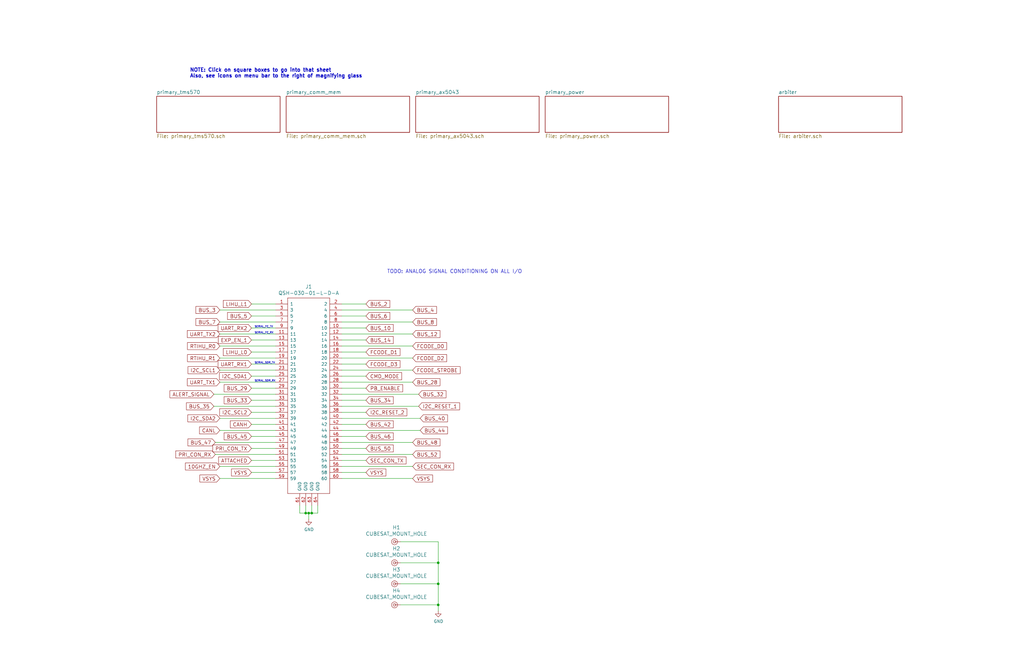
<source format=kicad_sch>
(kicad_sch (version 20211123) (generator eeschema)

  (uuid cc9f42d2-6985-41ac-acab-5ab7b01c5b38)

  (paper "USLedger")

  (title_block
    (title "Radiation Tolerant Internal Housekeeping Unit (IHU)")
    (date "2019-12-23")
    (rev "1.1")
    (company "AMSAT-NA")
    (comment 1 "Z. Metzinger")
  )

  (lib_symbols
    (symbol "rtihu-rescue:CUBESAT_MOUNT_HOLE" (pin_numbers hide) (pin_names (offset 0) hide) (in_bom yes) (on_board yes)
      (property "Reference" "H" (id 0) (at 0 -3.302 0)
        (effects (font (size 1.524 1.524)))
      )
      (property "Value" "CUBESAT_MOUNT_HOLE" (id 1) (at 0 6.35 0)
        (effects (font (size 1.524 1.524)))
      )
      (property "Footprint" "" (id 2) (at 0 0 0)
        (effects (font (size 1.524 1.524)) hide)
      )
      (property "Datasheet" "" (id 3) (at 0 0 0)
        (effects (font (size 1.524 1.524)) hide)
      )
      (symbol "CUBESAT_MOUNT_HOLE_0_1"
        (circle (center 0 0) (radius 0.5588)
          (stroke (width 0) (type default) (color 0 0 0 0))
          (fill (type none))
        )
        (circle (center 0 0) (radius 1.27)
          (stroke (width 0) (type default) (color 0 0 0 0))
          (fill (type none))
        )
      )
      (symbol "CUBESAT_MOUNT_HOLE_1_1"
        (pin passive line (at 2.54 0 180) (length 2.54)
          (name "1" (effects (font (size 1.27 1.27))))
          (number "1" (effects (font (size 1.27 1.27))))
        )
      )
    )
    (symbol "rtihu-rescue:GND" (power) (pin_names (offset 0)) (in_bom yes) (on_board yes)
      (property "Reference" "#PWR" (id 0) (at 0 -6.35 0)
        (effects (font (size 1.27 1.27)) hide)
      )
      (property "Value" "GND" (id 1) (at 0 -3.81 0)
        (effects (font (size 1.27 1.27)))
      )
      (property "Footprint" "" (id 2) (at 0 0 0)
        (effects (font (size 1.524 1.524)))
      )
      (property "Datasheet" "" (id 3) (at 0 0 0)
        (effects (font (size 1.524 1.524)))
      )
      (symbol "GND_0_1"
        (polyline
          (pts
            (xy 0 0)
            (xy 0 -1.27)
            (xy 1.27 -1.27)
            (xy 0 -2.54)
            (xy -1.27 -1.27)
            (xy 0 -1.27)
          )
          (stroke (width 0) (type default) (color 0 0 0 0))
          (fill (type none))
        )
      )
      (symbol "GND_1_1"
        (pin power_in line (at 0 0 270) (length 0) hide
          (name "GND" (effects (font (size 1.27 1.27))))
          (number "1" (effects (font (size 1.27 1.27))))
        )
      )
    )
    (symbol "rtihu-rescue:QSH-030-01-L-D-A" (pin_names (offset 1.016)) (in_bom yes) (on_board yes)
      (property "Reference" "J" (id 0) (at 11.43 -41.91 0)
        (effects (font (size 1.524 1.524)))
      )
      (property "Value" "QSH-030-01-L-D-A" (id 1) (at 0 41.91 0)
        (effects (font (size 1.524 1.524)))
      )
      (property "Footprint" "" (id 2) (at 0 0 0)
        (effects (font (size 1.524 1.524)) hide)
      )
      (property "Datasheet" "" (id 3) (at 0 0 0)
        (effects (font (size 1.524 1.524)) hide)
      )
      (symbol "QSH-030-01-L-D-A_0_1"
        (rectangle (start -8.89 39.37) (end 8.89 -43.18)
          (stroke (width 0) (type default) (color 0 0 0 0))
          (fill (type none))
        )
      )
      (symbol "QSH-030-01-L-D-A_1_1"
        (pin passive line (at -13.97 36.83 0) (length 5.08)
          (name "1" (effects (font (size 1.27 1.27))))
          (number "1" (effects (font (size 1.27 1.27))))
        )
        (pin passive line (at 13.97 26.67 180) (length 5.08)
          (name "10" (effects (font (size 1.27 1.27))))
          (number "10" (effects (font (size 1.27 1.27))))
        )
        (pin passive line (at -13.97 24.13 0) (length 5.08)
          (name "11" (effects (font (size 1.27 1.27))))
          (number "11" (effects (font (size 1.27 1.27))))
        )
        (pin passive line (at 13.97 24.13 180) (length 5.08)
          (name "12" (effects (font (size 1.27 1.27))))
          (number "12" (effects (font (size 1.27 1.27))))
        )
        (pin passive line (at -13.97 21.59 0) (length 5.08)
          (name "13" (effects (font (size 1.27 1.27))))
          (number "13" (effects (font (size 1.27 1.27))))
        )
        (pin passive line (at 13.97 21.59 180) (length 5.08)
          (name "14" (effects (font (size 1.27 1.27))))
          (number "14" (effects (font (size 1.27 1.27))))
        )
        (pin passive line (at -13.97 19.05 0) (length 5.08)
          (name "15" (effects (font (size 1.27 1.27))))
          (number "15" (effects (font (size 1.27 1.27))))
        )
        (pin passive line (at 13.97 19.05 180) (length 5.08)
          (name "16" (effects (font (size 1.27 1.27))))
          (number "16" (effects (font (size 1.27 1.27))))
        )
        (pin passive line (at -13.97 16.51 0) (length 5.08)
          (name "17" (effects (font (size 1.27 1.27))))
          (number "17" (effects (font (size 1.27 1.27))))
        )
        (pin passive line (at 13.97 16.51 180) (length 5.08)
          (name "18" (effects (font (size 1.27 1.27))))
          (number "18" (effects (font (size 1.27 1.27))))
        )
        (pin passive line (at -13.97 13.97 0) (length 5.08)
          (name "19" (effects (font (size 1.27 1.27))))
          (number "19" (effects (font (size 1.27 1.27))))
        )
        (pin passive line (at 13.97 36.83 180) (length 5.08)
          (name "2" (effects (font (size 1.27 1.27))))
          (number "2" (effects (font (size 1.27 1.27))))
        )
        (pin passive line (at 13.97 13.97 180) (length 5.08)
          (name "20" (effects (font (size 1.27 1.27))))
          (number "20" (effects (font (size 1.27 1.27))))
        )
        (pin passive line (at -13.97 11.43 0) (length 5.08)
          (name "21" (effects (font (size 1.27 1.27))))
          (number "21" (effects (font (size 1.27 1.27))))
        )
        (pin passive line (at 13.97 11.43 180) (length 5.08)
          (name "22" (effects (font (size 1.27 1.27))))
          (number "22" (effects (font (size 1.27 1.27))))
        )
        (pin passive line (at -13.97 8.89 0) (length 5.08)
          (name "23" (effects (font (size 1.27 1.27))))
          (number "23" (effects (font (size 1.27 1.27))))
        )
        (pin passive line (at 13.97 8.89 180) (length 5.08)
          (name "24" (effects (font (size 1.27 1.27))))
          (number "24" (effects (font (size 1.27 1.27))))
        )
        (pin passive line (at -13.97 6.35 0) (length 5.08)
          (name "25" (effects (font (size 1.27 1.27))))
          (number "25" (effects (font (size 1.27 1.27))))
        )
        (pin passive line (at 13.97 6.35 180) (length 5.08)
          (name "26" (effects (font (size 1.27 1.27))))
          (number "26" (effects (font (size 1.27 1.27))))
        )
        (pin passive line (at -13.97 3.81 0) (length 5.08)
          (name "27" (effects (font (size 1.27 1.27))))
          (number "27" (effects (font (size 1.27 1.27))))
        )
        (pin passive line (at 13.97 3.81 180) (length 5.08)
          (name "28" (effects (font (size 1.27 1.27))))
          (number "28" (effects (font (size 1.27 1.27))))
        )
        (pin passive line (at -13.97 1.27 0) (length 5.08)
          (name "29" (effects (font (size 1.27 1.27))))
          (number "29" (effects (font (size 1.27 1.27))))
        )
        (pin passive line (at -13.97 34.29 0) (length 5.08)
          (name "3" (effects (font (size 1.27 1.27))))
          (number "3" (effects (font (size 1.27 1.27))))
        )
        (pin passive line (at 13.97 1.27 180) (length 5.08)
          (name "30" (effects (font (size 1.27 1.27))))
          (number "30" (effects (font (size 1.27 1.27))))
        )
        (pin passive line (at -13.97 -1.27 0) (length 5.08)
          (name "31" (effects (font (size 1.27 1.27))))
          (number "31" (effects (font (size 1.27 1.27))))
        )
        (pin passive line (at 13.97 -1.27 180) (length 5.08)
          (name "32" (effects (font (size 1.27 1.27))))
          (number "32" (effects (font (size 1.27 1.27))))
        )
        (pin passive line (at -13.97 -3.81 0) (length 5.08)
          (name "33" (effects (font (size 1.27 1.27))))
          (number "33" (effects (font (size 1.27 1.27))))
        )
        (pin passive line (at 13.97 -3.81 180) (length 5.08)
          (name "34" (effects (font (size 1.27 1.27))))
          (number "34" (effects (font (size 1.27 1.27))))
        )
        (pin passive line (at -13.97 -6.35 0) (length 5.08)
          (name "35" (effects (font (size 1.27 1.27))))
          (number "35" (effects (font (size 1.27 1.27))))
        )
        (pin passive line (at 13.97 -6.35 180) (length 5.08)
          (name "36" (effects (font (size 1.27 1.27))))
          (number "36" (effects (font (size 1.27 1.27))))
        )
        (pin passive line (at -13.97 -8.89 0) (length 5.08)
          (name "37" (effects (font (size 1.27 1.27))))
          (number "37" (effects (font (size 1.27 1.27))))
        )
        (pin passive line (at 13.97 -8.89 180) (length 5.08)
          (name "38" (effects (font (size 1.27 1.27))))
          (number "38" (effects (font (size 1.27 1.27))))
        )
        (pin passive line (at -13.97 -11.43 0) (length 5.08)
          (name "39" (effects (font (size 1.27 1.27))))
          (number "39" (effects (font (size 1.27 1.27))))
        )
        (pin passive line (at 13.97 34.29 180) (length 5.08)
          (name "4" (effects (font (size 1.27 1.27))))
          (number "4" (effects (font (size 1.27 1.27))))
        )
        (pin passive line (at 13.97 -11.43 180) (length 5.08)
          (name "40" (effects (font (size 1.27 1.27))))
          (number "40" (effects (font (size 1.27 1.27))))
        )
        (pin passive line (at -13.97 -13.97 0) (length 5.08)
          (name "41" (effects (font (size 1.27 1.27))))
          (number "41" (effects (font (size 1.27 1.27))))
        )
        (pin passive line (at 13.97 -13.97 180) (length 5.08)
          (name "42" (effects (font (size 1.27 1.27))))
          (number "42" (effects (font (size 1.27 1.27))))
        )
        (pin passive line (at -13.97 -16.51 0) (length 5.08)
          (name "43" (effects (font (size 1.27 1.27))))
          (number "43" (effects (font (size 1.27 1.27))))
        )
        (pin passive line (at 13.97 -16.51 180) (length 5.08)
          (name "44" (effects (font (size 1.27 1.27))))
          (number "44" (effects (font (size 1.27 1.27))))
        )
        (pin passive line (at -13.97 -19.05 0) (length 5.08)
          (name "45" (effects (font (size 1.27 1.27))))
          (number "45" (effects (font (size 1.27 1.27))))
        )
        (pin passive line (at 13.97 -19.05 180) (length 5.08)
          (name "46" (effects (font (size 1.27 1.27))))
          (number "46" (effects (font (size 1.27 1.27))))
        )
        (pin passive line (at -13.97 -21.59 0) (length 5.08)
          (name "47" (effects (font (size 1.27 1.27))))
          (number "47" (effects (font (size 1.27 1.27))))
        )
        (pin passive line (at 13.97 -21.59 180) (length 5.08)
          (name "48" (effects (font (size 1.27 1.27))))
          (number "48" (effects (font (size 1.27 1.27))))
        )
        (pin passive line (at -13.97 -24.13 0) (length 5.08)
          (name "49" (effects (font (size 1.27 1.27))))
          (number "49" (effects (font (size 1.27 1.27))))
        )
        (pin passive line (at -13.97 31.75 0) (length 5.08)
          (name "5" (effects (font (size 1.27 1.27))))
          (number "5" (effects (font (size 1.27 1.27))))
        )
        (pin passive line (at 13.97 -24.13 180) (length 5.08)
          (name "50" (effects (font (size 1.27 1.27))))
          (number "50" (effects (font (size 1.27 1.27))))
        )
        (pin passive line (at -13.97 -26.67 0) (length 5.08)
          (name "51" (effects (font (size 1.27 1.27))))
          (number "51" (effects (font (size 1.27 1.27))))
        )
        (pin passive line (at 13.97 -26.67 180) (length 5.08)
          (name "52" (effects (font (size 1.27 1.27))))
          (number "52" (effects (font (size 1.27 1.27))))
        )
        (pin passive line (at -13.97 -29.21 0) (length 5.08)
          (name "53" (effects (font (size 1.27 1.27))))
          (number "53" (effects (font (size 1.27 1.27))))
        )
        (pin passive line (at 13.97 -29.21 180) (length 5.08)
          (name "54" (effects (font (size 1.27 1.27))))
          (number "54" (effects (font (size 1.27 1.27))))
        )
        (pin passive line (at -13.97 -31.75 0) (length 5.08)
          (name "55" (effects (font (size 1.27 1.27))))
          (number "55" (effects (font (size 1.27 1.27))))
        )
        (pin passive line (at 13.97 -31.75 180) (length 5.08)
          (name "56" (effects (font (size 1.27 1.27))))
          (number "56" (effects (font (size 1.27 1.27))))
        )
        (pin passive line (at -13.97 -34.29 0) (length 5.08)
          (name "57" (effects (font (size 1.27 1.27))))
          (number "57" (effects (font (size 1.27 1.27))))
        )
        (pin passive line (at 13.97 -34.29 180) (length 5.08)
          (name "58" (effects (font (size 1.27 1.27))))
          (number "58" (effects (font (size 1.27 1.27))))
        )
        (pin passive line (at -13.97 -36.83 0) (length 5.08)
          (name "59" (effects (font (size 1.27 1.27))))
          (number "59" (effects (font (size 1.27 1.27))))
        )
        (pin passive line (at 13.97 31.75 180) (length 5.08)
          (name "6" (effects (font (size 1.27 1.27))))
          (number "6" (effects (font (size 1.27 1.27))))
        )
        (pin passive line (at 13.97 -36.83 180) (length 5.08)
          (name "60" (effects (font (size 1.27 1.27))))
          (number "60" (effects (font (size 1.27 1.27))))
        )
        (pin power_in line (at -3.81 -48.26 90) (length 5.08)
          (name "GND" (effects (font (size 1.27 1.27))))
          (number "61" (effects (font (size 1.27 1.27))))
        )
        (pin power_in line (at -1.27 -48.26 90) (length 5.08)
          (name "GND" (effects (font (size 1.27 1.27))))
          (number "62" (effects (font (size 1.27 1.27))))
        )
        (pin power_in line (at 1.27 -48.26 90) (length 5.08)
          (name "GND" (effects (font (size 1.27 1.27))))
          (number "63" (effects (font (size 1.27 1.27))))
        )
        (pin power_in line (at 3.81 -48.26 90) (length 5.08)
          (name "GND" (effects (font (size 1.27 1.27))))
          (number "64" (effects (font (size 1.27 1.27))))
        )
        (pin passive line (at -13.97 29.21 0) (length 5.08)
          (name "7" (effects (font (size 1.27 1.27))))
          (number "7" (effects (font (size 1.27 1.27))))
        )
        (pin passive line (at 13.97 29.21 180) (length 5.08)
          (name "8" (effects (font (size 1.27 1.27))))
          (number "8" (effects (font (size 1.27 1.27))))
        )
        (pin passive line (at -13.97 26.67 0) (length 5.08)
          (name "9" (effects (font (size 1.27 1.27))))
          (number "9" (effects (font (size 1.27 1.27))))
        )
      )
    )
  )

  (junction (at 184.785 246.38) (diameter 0) (color 0 0 0 0)
    (uuid 1fba7f7d-370f-4582-96b5-a1dd26d44cb1)
  )
  (junction (at 128.905 216.535) (diameter 0) (color 0 0 0 0)
    (uuid 5e22754c-9495-4b9f-ac8e-8dcc9ba5136a)
  )
  (junction (at 130.175 216.535) (diameter 0) (color 0 0 0 0)
    (uuid 75498427-bc76-41c6-a93e-628d32aa4da1)
  )
  (junction (at 131.445 216.535) (diameter 0) (color 0 0 0 0)
    (uuid 7afc817f-8b82-4a7a-b89e-87beda4ffbf0)
  )
  (junction (at 184.785 255.27) (diameter 0) (color 0 0 0 0)
    (uuid ac4ff2d0-8adf-4c3e-ad7e-e71759acf956)
  )
  (junction (at 184.785 237.49) (diameter 0) (color 0 0 0 0)
    (uuid b07e3116-2a82-43f1-91ce-b73e8a7abee8)
  )

  (wire (pts (xy 90.805 186.69) (xy 116.205 186.69))
    (stroke (width 0) (type default) (color 0 0 0 0))
    (uuid 0738a066-cee7-4940-8a55-4e2025d1a62a)
  )
  (wire (pts (xy 90.17 166.37) (xy 116.205 166.37))
    (stroke (width 0) (type default) (color 0 0 0 0))
    (uuid 08c19e52-b58a-4575-8a80-8c755ad1de44)
  )
  (wire (pts (xy 173.99 191.77) (xy 144.145 191.77))
    (stroke (width 0) (type default) (color 0 0 0 0))
    (uuid 0c93c000-11fd-4488-bb03-093153738ee9)
  )
  (wire (pts (xy 131.445 216.535) (xy 133.985 216.535))
    (stroke (width 0) (type default) (color 0 0 0 0))
    (uuid 0e379374-2ae6-4721-b1ce-443cc2ac4a9f)
  )
  (wire (pts (xy 92.71 140.97) (xy 116.205 140.97))
    (stroke (width 0) (type default) (color 0 0 0 0))
    (uuid 1415c2a1-d60a-4cb8-aef5-95b8f7ba3fba)
  )
  (wire (pts (xy 144.145 184.15) (xy 154.305 184.15))
    (stroke (width 0) (type default) (color 0 0 0 0))
    (uuid 181019cb-078c-4a9f-bdc9-856cb57678e6)
  )
  (wire (pts (xy 144.145 138.43) (xy 154.305 138.43))
    (stroke (width 0) (type default) (color 0 0 0 0))
    (uuid 18810331-5319-4de0-a4de-86329a0f490f)
  )
  (wire (pts (xy 144.145 143.51) (xy 154.305 143.51))
    (stroke (width 0) (type default) (color 0 0 0 0))
    (uuid 1912ebd9-8d02-4573-9b21-9cfcf7d4a658)
  )
  (wire (pts (xy 92.71 151.13) (xy 116.205 151.13))
    (stroke (width 0) (type default) (color 0 0 0 0))
    (uuid 197ebb36-7340-4f90-9d68-64c73acc3b70)
  )
  (wire (pts (xy 131.445 216.535) (xy 131.445 213.36))
    (stroke (width 0) (type default) (color 0 0 0 0))
    (uuid 1a4a602c-ece6-4c4d-b9bc-1322bb3d4a64)
  )
  (wire (pts (xy 168.91 246.38) (xy 184.785 246.38))
    (stroke (width 0) (type default) (color 0 0 0 0))
    (uuid 1df772c7-cd7b-4a85-b9f1-d17725d758ed)
  )
  (wire (pts (xy 177.165 181.61) (xy 144.145 181.61))
    (stroke (width 0) (type default) (color 0 0 0 0))
    (uuid 26cb5adb-7879-4da7-bbbf-bb8f384a257d)
  )
  (wire (pts (xy 168.91 255.27) (xy 184.785 255.27))
    (stroke (width 0) (type default) (color 0 0 0 0))
    (uuid 31f4f50c-fcef-4b5c-9e9f-57628ef8405f)
  )
  (wire (pts (xy 177.165 176.53) (xy 144.145 176.53))
    (stroke (width 0) (type default) (color 0 0 0 0))
    (uuid 3240b2bf-3698-461e-9520-08c7e2231f09)
  )
  (wire (pts (xy 173.99 135.89) (xy 144.145 135.89))
    (stroke (width 0) (type default) (color 0 0 0 0))
    (uuid 32ad2a56-447d-4e7d-8976-499d82a57758)
  )
  (wire (pts (xy 173.99 130.81) (xy 144.145 130.81))
    (stroke (width 0) (type default) (color 0 0 0 0))
    (uuid 37d041ac-d0fe-48f4-a2f1-3047d33f5ee3)
  )
  (wire (pts (xy 92.71 201.93) (xy 116.205 201.93))
    (stroke (width 0) (type default) (color 0 0 0 0))
    (uuid 38bb873c-b83f-4e7c-a1f5-d80a68e15a88)
  )
  (wire (pts (xy 184.785 246.38) (xy 184.785 255.27))
    (stroke (width 0) (type default) (color 0 0 0 0))
    (uuid 3c4148be-3585-4638-9d3a-e2acc0926ff8)
  )
  (wire (pts (xy 106.045 189.23) (xy 116.205 189.23))
    (stroke (width 0) (type default) (color 0 0 0 0))
    (uuid 3c56ae7d-63a0-49b6-b95a-c8b3b5a85a25)
  )
  (wire (pts (xy 133.985 216.535) (xy 133.985 213.36))
    (stroke (width 0) (type default) (color 0 0 0 0))
    (uuid 4d9856a5-bd5a-4272-9a4f-f73db5661685)
  )
  (wire (pts (xy 144.145 179.07) (xy 154.305 179.07))
    (stroke (width 0) (type default) (color 0 0 0 0))
    (uuid 50b970d9-46e4-499e-a1f0-bcda21ff9711)
  )
  (wire (pts (xy 144.145 153.67) (xy 154.305 153.67))
    (stroke (width 0) (type default) (color 0 0 0 0))
    (uuid 51e8d556-59ff-49a8-8f48-9b3b6ad94857)
  )
  (wire (pts (xy 144.145 194.31) (xy 154.305 194.31))
    (stroke (width 0) (type default) (color 0 0 0 0))
    (uuid 54b86bda-3b0f-4eca-8004-8bf2f107f75e)
  )
  (wire (pts (xy 126.365 216.535) (xy 128.905 216.535))
    (stroke (width 0) (type default) (color 0 0 0 0))
    (uuid 56a00f06-3312-4429-88cf-a450ea887955)
  )
  (wire (pts (xy 116.205 173.99) (xy 106.045 173.99))
    (stroke (width 0) (type default) (color 0 0 0 0))
    (uuid 56fdf357-2266-4c93-aba7-f0b8d3031f8a)
  )
  (wire (pts (xy 144.145 163.83) (xy 154.305 163.83))
    (stroke (width 0) (type default) (color 0 0 0 0))
    (uuid 5a4ecfee-4e64-45ab-9fd6-6b59a3170b94)
  )
  (wire (pts (xy 116.205 184.15) (xy 106.045 184.15))
    (stroke (width 0) (type default) (color 0 0 0 0))
    (uuid 5d2f8222-7c2d-431d-981f-306126cd7b0d)
  )
  (wire (pts (xy 184.785 255.27) (xy 184.785 257.81))
    (stroke (width 0) (type default) (color 0 0 0 0))
    (uuid 600f2d28-0256-430b-838c-1495f69965cd)
  )
  (wire (pts (xy 173.99 186.69) (xy 144.145 186.69))
    (stroke (width 0) (type default) (color 0 0 0 0))
    (uuid 64881320-793c-42f2-bbed-1cb5b3b71a8e)
  )
  (wire (pts (xy 116.205 194.31) (xy 106.045 194.31))
    (stroke (width 0) (type default) (color 0 0 0 0))
    (uuid 6b7901af-86e0-433f-b8d3-6340578d6517)
  )
  (wire (pts (xy 90.17 171.45) (xy 116.205 171.45))
    (stroke (width 0) (type default) (color 0 0 0 0))
    (uuid 6d1232c7-6711-4588-b12c-a2315dfa9dd8)
  )
  (wire (pts (xy 92.71 130.81) (xy 116.205 130.81))
    (stroke (width 0) (type default) (color 0 0 0 0))
    (uuid 72759bae-8eb2-4f3e-b8ac-7424b271e2b2)
  )
  (wire (pts (xy 144.145 148.59) (xy 154.305 148.59))
    (stroke (width 0) (type default) (color 0 0 0 0))
    (uuid 76d7b3b2-6c78-4867-9818-4b450def9d6f)
  )
  (wire (pts (xy 128.905 213.36) (xy 128.905 216.535))
    (stroke (width 0) (type default) (color 0 0 0 0))
    (uuid 799b41f8-7331-4615-8ba9-3b51d6116bfe)
  )
  (wire (pts (xy 92.71 146.05) (xy 116.205 146.05))
    (stroke (width 0) (type default) (color 0 0 0 0))
    (uuid 7b4db9d9-a44b-42a0-895e-eca69b47b558)
  )
  (wire (pts (xy 173.99 151.13) (xy 144.145 151.13))
    (stroke (width 0) (type default) (color 0 0 0 0))
    (uuid 80954775-0ea9-4235-9dd1-7e3a1ac841ea)
  )
  (wire (pts (xy 184.785 228.6) (xy 184.785 237.49))
    (stroke (width 0) (type default) (color 0 0 0 0))
    (uuid 8250f3d4-e39c-4da8-9146-a236012fb6c6)
  )
  (wire (pts (xy 144.145 133.35) (xy 154.305 133.35))
    (stroke (width 0) (type default) (color 0 0 0 0))
    (uuid 83d4b06e-d540-48de-acc9-9f89e56459ca)
  )
  (wire (pts (xy 130.175 216.535) (xy 130.175 219.075))
    (stroke (width 0) (type default) (color 0 0 0 0))
    (uuid 85c6121d-5788-4f4a-a091-7b86102db059)
  )
  (wire (pts (xy 173.99 161.29) (xy 144.145 161.29))
    (stroke (width 0) (type default) (color 0 0 0 0))
    (uuid 87b71088-ddc1-4fe1-85bb-d054e71f3651)
  )
  (wire (pts (xy 116.205 163.83) (xy 106.045 163.83))
    (stroke (width 0) (type default) (color 0 0 0 0))
    (uuid 8dd8e475-c107-4111-85fe-4380f5ed3d05)
  )
  (wire (pts (xy 116.205 148.59) (xy 106.045 148.59))
    (stroke (width 0) (type default) (color 0 0 0 0))
    (uuid 9001c0a9-3592-436f-89ea-ef48674d2671)
  )
  (wire (pts (xy 92.71 181.61) (xy 116.205 181.61))
    (stroke (width 0) (type default) (color 0 0 0 0))
    (uuid 92569881-f9e3-4bc5-839e-a589143cf98c)
  )
  (wire (pts (xy 116.205 133.35) (xy 106.045 133.35))
    (stroke (width 0) (type default) (color 0 0 0 0))
    (uuid 975f287e-275a-4a1a-b88d-839d9473a764)
  )
  (wire (pts (xy 144.145 158.75) (xy 154.305 158.75))
    (stroke (width 0) (type default) (color 0 0 0 0))
    (uuid 9803e9c7-8f58-4293-90e8-ca56a9284cd1)
  )
  (wire (pts (xy 90.805 191.77) (xy 116.205 191.77))
    (stroke (width 0) (type default) (color 0 0 0 0))
    (uuid 9c75e00f-12d3-4d52-a2a6-cc41f88a2b00)
  )
  (wire (pts (xy 173.99 156.21) (xy 144.145 156.21))
    (stroke (width 0) (type default) (color 0 0 0 0))
    (uuid 9ddc79cb-d319-4321-96a4-c779c0be2604)
  )
  (wire (pts (xy 106.045 199.39) (xy 116.205 199.39))
    (stroke (width 0) (type default) (color 0 0 0 0))
    (uuid 9fd8d545-3691-4832-9ec2-7a65edb7b98f)
  )
  (wire (pts (xy 168.91 237.49) (xy 184.785 237.49))
    (stroke (width 0) (type default) (color 0 0 0 0))
    (uuid a1099620-6174-4d09-a144-d2adcd7a635c)
  )
  (wire (pts (xy 126.365 213.36) (xy 126.365 216.535))
    (stroke (width 0) (type default) (color 0 0 0 0))
    (uuid a26e316f-7478-4dbe-94a7-ef6d319ac3b1)
  )
  (wire (pts (xy 92.71 176.53) (xy 116.205 176.53))
    (stroke (width 0) (type default) (color 0 0 0 0))
    (uuid a406fd95-69f3-4c78-a27a-7dd10e820145)
  )
  (wire (pts (xy 128.905 216.535) (xy 130.175 216.535))
    (stroke (width 0) (type default) (color 0 0 0 0))
    (uuid a8ddb81a-8d0d-4f90-a0b7-b02f53208c80)
  )
  (wire (pts (xy 92.71 196.85) (xy 116.205 196.85))
    (stroke (width 0) (type default) (color 0 0 0 0))
    (uuid af828d7f-9589-4297-aa52-38727cfe186b)
  )
  (wire (pts (xy 144.145 128.27) (xy 154.305 128.27))
    (stroke (width 0) (type default) (color 0 0 0 0))
    (uuid b48574bf-34c1-4d0a-acba-15c2e74f9409)
  )
  (wire (pts (xy 116.205 168.91) (xy 106.045 168.91))
    (stroke (width 0) (type default) (color 0 0 0 0))
    (uuid b7f442c7-f3da-4db3-aad1-3e6b7abd6f5e)
  )
  (wire (pts (xy 168.91 228.6) (xy 184.785 228.6))
    (stroke (width 0) (type default) (color 0 0 0 0))
    (uuid badae456-e7a5-4f49-b093-a3f1b84da249)
  )
  (wire (pts (xy 184.785 237.49) (xy 184.785 246.38))
    (stroke (width 0) (type default) (color 0 0 0 0))
    (uuid bb3b535d-6c41-4bba-a20e-8c8203432c9d)
  )
  (wire (pts (xy 130.175 216.535) (xy 131.445 216.535))
    (stroke (width 0) (type default) (color 0 0 0 0))
    (uuid c49ff741-1463-4d95-8bed-728f56f4e710)
  )
  (wire (pts (xy 116.205 158.75) (xy 106.045 158.75))
    (stroke (width 0) (type default) (color 0 0 0 0))
    (uuid c512e551-39ac-43e8-afa2-cbd137f3d9b7)
  )
  (wire (pts (xy 116.205 138.43) (xy 106.045 138.43))
    (stroke (width 0) (type default) (color 0 0 0 0))
    (uuid c83e76ce-bdfb-44fa-9fce-29caffa337c8)
  )
  (wire (pts (xy 116.205 179.07) (xy 106.045 179.07))
    (stroke (width 0) (type default) (color 0 0 0 0))
    (uuid ca95fa3e-11a8-4351-8e02-0b9af4fec874)
  )
  (wire (pts (xy 176.53 171.45) (xy 144.145 171.45))
    (stroke (width 0) (type default) (color 0 0 0 0))
    (uuid cd284c66-4edc-4654-ad70-9b471ce554cf)
  )
  (wire (pts (xy 92.71 161.29) (xy 116.205 161.29))
    (stroke (width 0) (type default) (color 0 0 0 0))
    (uuid d0a89382-1463-43ba-81ae-8715fc10a1ff)
  )
  (wire (pts (xy 144.145 168.91) (xy 154.305 168.91))
    (stroke (width 0) (type default) (color 0 0 0 0))
    (uuid d18a0746-ff90-43bf-91d8-9b84cdbda93d)
  )
  (wire (pts (xy 116.205 143.51) (xy 106.045 143.51))
    (stroke (width 0) (type default) (color 0 0 0 0))
    (uuid d5e38407-e8db-4435-9cfa-7ea40409c70c)
  )
  (wire (pts (xy 144.145 173.99) (xy 154.305 173.99))
    (stroke (width 0) (type default) (color 0 0 0 0))
    (uuid dd2f78f5-6089-4e33-ab73-6acfe01fb7db)
  )
  (wire (pts (xy 116.205 128.27) (xy 106.045 128.27))
    (stroke (width 0) (type default) (color 0 0 0 0))
    (uuid e107f15f-09fc-47e5-9f28-c42beb73a2e6)
  )
  (wire (pts (xy 154.305 189.23) (xy 144.145 189.23))
    (stroke (width 0) (type default) (color 0 0 0 0))
    (uuid e3d89f92-4c1c-4647-bb05-b52aae773e7d)
  )
  (wire (pts (xy 116.205 153.67) (xy 106.045 153.67))
    (stroke (width 0) (type default) (color 0 0 0 0))
    (uuid e4b558ff-2742-4045-9058-a59dcb746d33)
  )
  (wire (pts (xy 173.99 146.05) (xy 144.145 146.05))
    (stroke (width 0) (type default) (color 0 0 0 0))
    (uuid eb497106-098a-4185-8111-6c90d8ac6eaf)
  )
  (wire (pts (xy 154.305 199.39) (xy 144.145 199.39))
    (stroke (width 0) (type default) (color 0 0 0 0))
    (uuid ebe513dc-1bc3-4396-a8a3-a927d1b99c4d)
  )
  (wire (pts (xy 173.99 201.93) (xy 144.145 201.93))
    (stroke (width 0) (type default) (color 0 0 0 0))
    (uuid f12fb70a-0ef4-43be-9109-6f2cc0ed1bdc)
  )
  (wire (pts (xy 176.53 166.37) (xy 144.145 166.37))
    (stroke (width 0) (type default) (color 0 0 0 0))
    (uuid f25f8db4-b90e-46de-aec1-6ce2f87c0c15)
  )
  (wire (pts (xy 173.99 196.85) (xy 144.145 196.85))
    (stroke (width 0) (type default) (color 0 0 0 0))
    (uuid f67c7415-e763-41bc-9215-9582347d9624)
  )
  (wire (pts (xy 173.99 140.97) (xy 144.145 140.97))
    (stroke (width 0) (type default) (color 0 0 0 0))
    (uuid fcfffaa3-9d5e-4761-97ad-ac4cc3013df2)
  )
  (wire (pts (xy 92.71 156.21) (xy 116.205 156.21))
    (stroke (width 0) (type default) (color 0 0 0 0))
    (uuid fd67f1ea-916d-4625-9235-37b465220f30)
  )
  (wire (pts (xy 92.71 135.89) (xy 116.205 135.89))
    (stroke (width 0) (type default) (color 0 0 0 0))
    (uuid ffe96cbe-b8e5-47c3-b880-3d6a68a4aa6e)
  )

  (text "SERIAL_SDR_RX" (at 107.315 161.29 0)
    (effects (font (size 0.762 0.762)) (justify left bottom))
    (uuid 0b20678d-3ac4-4ec8-a538-0b7bb2e9d775)
  )
  (text "TODO: ANALOG SIGNAL CONDITIONING ON ALL I/O" (at 163.195 115.57 0)
    (effects (font (size 1.524 1.524)) (justify left bottom))
    (uuid 1b3de4d9-1ab9-49ae-a41c-0095163822f6)
  )
  (text "SERIAL_FC_TX" (at 107.315 138.43 0)
    (effects (font (size 0.762 0.762)) (justify left bottom))
    (uuid 82d748d4-ef31-4599-ba73-9bd8e2883bb1)
  )
  (text "SERIAL_FC_RX" (at 107.315 140.97 0)
    (effects (font (size 0.762 0.762)) (justify left bottom))
    (uuid bb08fdf5-a7cb-4783-9cb1-08e911d94e2a)
  )
  (text "SERIAL_SDR_TX" (at 107.315 153.67 0)
    (effects (font (size 0.762 0.762)) (justify left bottom))
    (uuid d71fccc9-6f19-4d91-9040-ef5c272457aa)
  )
  (text "NOTE: Click on square boxes to go into that sheet\nAlso, see icons on menu bar to the right of magnifying glass"
    (at 80.01 33.02 0)
    (effects (font (size 1.524 1.524) (thickness 0.3048) bold) (justify left bottom))
    (uuid ed08ad0f-c24c-4008-8a71-7fa72b01ba7d)
  )

  (global_label "BUS_33" (shape input) (at 106.045 168.91 180) (fields_autoplaced)
    (effects (font (size 1.524 1.524)) (justify right))
    (uuid 01e1ebd4-7469-4ef6-a085-09aa6ce01e41)
    (property "Intersheet References" "${INTERSHEET_REFS}" (id 0) (at 0 0 0)
      (effects (font (size 1.27 1.27)) hide)
    )
  )
  (global_label "BUS_5" (shape input) (at 106.045 133.35 180) (fields_autoplaced)
    (effects (font (size 1.524 1.524)) (justify right))
    (uuid 0b6ceabc-2e35-40e4-bd10-ef5225d685c1)
    (property "Intersheet References" "${INTERSHEET_REFS}" (id 0) (at 0 0 0)
      (effects (font (size 1.27 1.27)) hide)
    )
  )
  (global_label "BUS_3" (shape input) (at 92.71 130.81 180) (fields_autoplaced)
    (effects (font (size 1.524 1.524)) (justify right))
    (uuid 0b7e7294-f6c9-45c8-bb1f-00e7c1342014)
    (property "Intersheet References" "${INTERSHEET_REFS}" (id 0) (at 0 0 0)
      (effects (font (size 1.27 1.27)) hide)
    )
  )
  (global_label "RTIHU_R0" (shape input) (at 92.71 146.05 180) (fields_autoplaced)
    (effects (font (size 1.524 1.524)) (justify right))
    (uuid 1101cbc3-f47e-46a2-9fa2-9f90aea3636d)
    (property "Intersheet References" "${INTERSHEET_REFS}" (id 0) (at 0 0 0)
      (effects (font (size 1.27 1.27)) hide)
    )
  )
  (global_label "ALERT_SIGNAL" (shape input) (at 90.17 166.37 180) (fields_autoplaced)
    (effects (font (size 1.524 1.524)) (justify right))
    (uuid 1bc105a1-03cf-45b5-9761-59034058f6ac)
    (property "Intersheet References" "${INTERSHEET_REFS}" (id 0) (at 0 0 0)
      (effects (font (size 1.27 1.27)) hide)
    )
  )
  (global_label "VSYS" (shape input) (at 173.99 201.93 0) (fields_autoplaced)
    (effects (font (size 1.524 1.524)) (justify left))
    (uuid 1d8f7b9f-f714-4b3d-94a3-60c0a5d4166b)
    (property "Intersheet References" "${INTERSHEET_REFS}" (id 0) (at 0 0 0)
      (effects (font (size 1.27 1.27)) hide)
    )
  )
  (global_label "BUS_6" (shape input) (at 154.305 133.35 0) (fields_autoplaced)
    (effects (font (size 1.524 1.524)) (justify left))
    (uuid 23312f54-18ba-4036-9e81-a4115864074b)
    (property "Intersheet References" "${INTERSHEET_REFS}" (id 0) (at 0 0 0)
      (effects (font (size 1.27 1.27)) hide)
    )
  )
  (global_label "CANL" (shape input) (at 92.71 181.61 180) (fields_autoplaced)
    (effects (font (size 1.524 1.524)) (justify right))
    (uuid 2a863afb-c451-4f61-a697-5703b333f108)
    (property "Intersheet References" "${INTERSHEET_REFS}" (id 0) (at 0 0 0)
      (effects (font (size 1.27 1.27)) hide)
    )
  )
  (global_label "FCODE_D3" (shape input) (at 154.305 153.67 0) (fields_autoplaced)
    (effects (font (size 1.524 1.524)) (justify left))
    (uuid 2b85c6fa-36a5-4d7a-8271-5aee01bf7b3b)
    (property "Intersheet References" "${INTERSHEET_REFS}" (id 0) (at 0 0 0)
      (effects (font (size 1.27 1.27)) hide)
    )
  )
  (global_label "I2C_SDA1" (shape input) (at 106.045 158.75 180) (fields_autoplaced)
    (effects (font (size 1.524 1.524)) (justify right))
    (uuid 2df0fa4d-da5d-4f49-a4c4-5629d46fcd93)
    (property "Intersheet References" "${INTERSHEET_REFS}" (id 0) (at 0 0 0)
      (effects (font (size 1.27 1.27)) hide)
    )
  )
  (global_label "VSYS" (shape input) (at 154.305 199.39 0) (fields_autoplaced)
    (effects (font (size 1.524 1.524)) (justify left))
    (uuid 38014852-8c9b-428b-9149-993488ddcbf3)
    (property "Intersheet References" "${INTERSHEET_REFS}" (id 0) (at 0 0 0)
      (effects (font (size 1.27 1.27)) hide)
    )
  )
  (global_label "BUS_2" (shape input) (at 154.305 128.27 0) (fields_autoplaced)
    (effects (font (size 1.524 1.524)) (justify left))
    (uuid 3a010958-bac4-4eeb-a4ce-92d7afeaddd4)
    (property "Intersheet References" "${INTERSHEET_REFS}" (id 0) (at 0 0 0)
      (effects (font (size 1.27 1.27)) hide)
    )
  )
  (global_label "BUS_29" (shape input) (at 106.045 163.83 180) (fields_autoplaced)
    (effects (font (size 1.524 1.524)) (justify right))
    (uuid 419248e3-a144-435f-ae2f-1c998e743b27)
    (property "Intersheet References" "${INTERSHEET_REFS}" (id 0) (at 0 0 0)
      (effects (font (size 1.27 1.27)) hide)
    )
  )
  (global_label "BUS_32" (shape input) (at 176.53 166.37 0) (fields_autoplaced)
    (effects (font (size 1.524 1.524)) (justify left))
    (uuid 435aa425-c3ad-47ef-89f2-46f03ce7c310)
    (property "Intersheet References" "${INTERSHEET_REFS}" (id 0) (at 0 0 0)
      (effects (font (size 1.27 1.27)) hide)
    )
  )
  (global_label "FCODE_D1" (shape input) (at 154.305 148.59 0) (fields_autoplaced)
    (effects (font (size 1.524 1.524)) (justify left))
    (uuid 5206ae06-2f4e-4c20-983e-3fffeb40dfe1)
    (property "Intersheet References" "${INTERSHEET_REFS}" (id 0) (at 0 0 0)
      (effects (font (size 1.27 1.27)) hide)
    )
  )
  (global_label "BUS_44" (shape input) (at 177.165 181.61 0) (fields_autoplaced)
    (effects (font (size 1.524 1.524)) (justify left))
    (uuid 59496545-d5f5-45eb-8d26-ba9950c3975d)
    (property "Intersheet References" "${INTERSHEET_REFS}" (id 0) (at 0 0 0)
      (effects (font (size 1.27 1.27)) hide)
    )
  )
  (global_label "SEC_CON_RX" (shape input) (at 173.99 196.85 0) (fields_autoplaced)
    (effects (font (size 1.524 1.524)) (justify left))
    (uuid 5d849cdb-c5d1-42e5-9809-5ed922fb3967)
    (property "Intersheet References" "${INTERSHEET_REFS}" (id 0) (at 0 0 0)
      (effects (font (size 1.27 1.27)) hide)
    )
  )
  (global_label "BUS_14" (shape input) (at 154.305 143.51 0) (fields_autoplaced)
    (effects (font (size 1.524 1.524)) (justify left))
    (uuid 6051ae42-d25d-4872-8a36-a82506974d79)
    (property "Intersheet References" "${INTERSHEET_REFS}" (id 0) (at 0 0 0)
      (effects (font (size 1.27 1.27)) hide)
    )
  )
  (global_label "I2C_RESET_2" (shape input) (at 154.305 173.99 0) (fields_autoplaced)
    (effects (font (size 1.524 1.524)) (justify left))
    (uuid 60718cfb-4898-43a4-8bdc-02e7bf643a35)
    (property "Intersheet References" "${INTERSHEET_REFS}" (id 0) (at 0 0 0)
      (effects (font (size 1.27 1.27)) hide)
    )
  )
  (global_label "BUS_10" (shape input) (at 154.305 138.43 0) (fields_autoplaced)
    (effects (font (size 1.524 1.524)) (justify left))
    (uuid 623eaff6-6e19-4813-ab3e-64ba9d783292)
    (property "Intersheet References" "${INTERSHEET_REFS}" (id 0) (at 0 0 0)
      (effects (font (size 1.27 1.27)) hide)
    )
  )
  (global_label "FCODE_D2" (shape input) (at 173.99 151.13 0) (fields_autoplaced)
    (effects (font (size 1.524 1.524)) (justify left))
    (uuid 6487acb1-44e1-4791-9cbd-59de3b1584fb)
    (property "Intersheet References" "${INTERSHEET_REFS}" (id 0) (at 0 0 0)
      (effects (font (size 1.27 1.27)) hide)
    )
  )
  (global_label "EXP_EN_1" (shape input) (at 106.045 143.51 180) (fields_autoplaced)
    (effects (font (size 1.524 1.524)) (justify right))
    (uuid 684610b9-533c-4b9f-8eb9-42677ba39f2c)
    (property "Intersheet References" "${INTERSHEET_REFS}" (id 0) (at 0 0 0)
      (effects (font (size 1.27 1.27)) hide)
    )
  )
  (global_label "UART_TX2" (shape input) (at 92.71 140.97 180) (fields_autoplaced)
    (effects (font (size 1.524 1.524)) (justify right))
    (uuid 6b1ec017-e2df-4611-95a8-7b0da067db75)
    (property "Intersheet References" "${INTERSHEET_REFS}" (id 0) (at 0 0 0)
      (effects (font (size 1.27 1.27)) hide)
    )
  )
  (global_label "VSYS" (shape input) (at 106.045 199.39 180) (fields_autoplaced)
    (effects (font (size 1.524 1.524)) (justify right))
    (uuid 731ed6cb-54bf-468c-b6f1-bec159d02158)
    (property "Intersheet References" "${INTERSHEET_REFS}" (id 0) (at 0 0 0)
      (effects (font (size 1.27 1.27)) hide)
    )
  )
  (global_label "PRI_CON_RX" (shape input) (at 90.805 191.77 180) (fields_autoplaced)
    (effects (font (size 1.524 1.524)) (justify right))
    (uuid 78e5780f-c6ea-460c-ad87-feca86eb876d)
    (property "Intersheet References" "${INTERSHEET_REFS}" (id 0) (at 0 0 0)
      (effects (font (size 1.27 1.27)) hide)
    )
  )
  (global_label "FCODE_D0" (shape input) (at 173.99 146.05 0) (fields_autoplaced)
    (effects (font (size 1.524 1.524)) (justify left))
    (uuid 796ce904-aed6-4330-9ea3-3064ca5896e0)
    (property "Intersheet References" "${INTERSHEET_REFS}" (id 0) (at 0 0 0)
      (effects (font (size 1.27 1.27)) hide)
    )
  )
  (global_label "CMD_MODE" (shape input) (at 154.305 158.75 0) (fields_autoplaced)
    (effects (font (size 1.524 1.524)) (justify left))
    (uuid 81f810c5-f7fd-47fa-a466-b4283bb9126a)
    (property "Intersheet References" "${INTERSHEET_REFS}" (id 0) (at 0 0 0)
      (effects (font (size 1.27 1.27)) hide)
    )
  )
  (global_label "I2C_SDA2" (shape input) (at 92.71 176.53 180) (fields_autoplaced)
    (effects (font (size 1.524 1.524)) (justify right))
    (uuid 8214e0ce-9f6d-4dce-a3c9-3b82ce23f653)
    (property "Intersheet References" "${INTERSHEET_REFS}" (id 0) (at 0 0 0)
      (effects (font (size 1.27 1.27)) hide)
    )
  )
  (global_label "CANH" (shape input) (at 106.045 179.07 180) (fields_autoplaced)
    (effects (font (size 1.524 1.524)) (justify right))
    (uuid 82b66db6-a9ee-404b-84fc-b73505b1ea39)
    (property "Intersheet References" "${INTERSHEET_REFS}" (id 0) (at 0 0 0)
      (effects (font (size 1.27 1.27)) hide)
    )
  )
  (global_label "BUS_40" (shape input) (at 177.165 176.53 0) (fields_autoplaced)
    (effects (font (size 1.524 1.524)) (justify left))
    (uuid 86cda699-e35e-4e4c-a49f-1e3bc508a185)
    (property "Intersheet References" "${INTERSHEET_REFS}" (id 0) (at 0 0 0)
      (effects (font (size 1.27 1.27)) hide)
    )
  )
  (global_label "SEC_CON_TX" (shape input) (at 154.305 194.31 0) (fields_autoplaced)
    (effects (font (size 1.524 1.524)) (justify left))
    (uuid 903ea7aa-1589-47b0-a02e-bf7241508271)
    (property "Intersheet References" "${INTERSHEET_REFS}" (id 0) (at 0 0 0)
      (effects (font (size 1.27 1.27)) hide)
    )
  )
  (global_label "UART_RX1" (shape input) (at 106.045 153.67 180) (fields_autoplaced)
    (effects (font (size 1.524 1.524)) (justify right))
    (uuid 966ec844-127b-4d9d-9df0-bf62dbd45d0a)
    (property "Intersheet References" "${INTERSHEET_REFS}" (id 0) (at 0 0 0)
      (effects (font (size 1.27 1.27)) hide)
    )
  )
  (global_label "BUS_52" (shape input) (at 173.99 191.77 0) (fields_autoplaced)
    (effects (font (size 1.524 1.524)) (justify left))
    (uuid 99c18268-06ab-4ad2-8b26-50ab9d25f443)
    (property "Intersheet References" "${INTERSHEET_REFS}" (id 0) (at 0 0 0)
      (effects (font (size 1.27 1.27)) hide)
    )
  )
  (global_label "BUS_7" (shape input) (at 92.71 135.89 180) (fields_autoplaced)
    (effects (font (size 1.524 1.524)) (justify right))
    (uuid a15ceee6-336d-4687-a18e-4903d357b697)
    (property "Intersheet References" "${INTERSHEET_REFS}" (id 0) (at 0 0 0)
      (effects (font (size 1.27 1.27)) hide)
    )
  )
  (global_label "PRI_CON_TX" (shape input) (at 106.045 189.23 180) (fields_autoplaced)
    (effects (font (size 1.524 1.524)) (justify right))
    (uuid ab966284-7caf-44bb-bf6d-3de446ddbd0c)
    (property "Intersheet References" "${INTERSHEET_REFS}" (id 0) (at 0 0 0)
      (effects (font (size 1.27 1.27)) hide)
    )
  )
  (global_label "BUS_46" (shape input) (at 154.305 184.15 0) (fields_autoplaced)
    (effects (font (size 1.524 1.524)) (justify left))
    (uuid ac038468-4fc7-4da4-a55a-f7567ba2bc2d)
    (property "Intersheet References" "${INTERSHEET_REFS}" (id 0) (at 0 0 0)
      (effects (font (size 1.27 1.27)) hide)
    )
  )
  (global_label "VSYS" (shape input) (at 92.71 201.93 180) (fields_autoplaced)
    (effects (font (size 1.524 1.524)) (justify right))
    (uuid af6428c3-8abe-4d89-9e50-4298b08cf8b2)
    (property "Intersheet References" "${INTERSHEET_REFS}" (id 0) (at 0 0 0)
      (effects (font (size 1.27 1.27)) hide)
    )
  )
  (global_label "UART_RX2" (shape input) (at 106.045 138.43 180) (fields_autoplaced)
    (effects (font (size 1.524 1.524)) (justify right))
    (uuid b172c3b0-d80f-4a32-b4eb-c1163cf2a91d)
    (property "Intersheet References" "${INTERSHEET_REFS}" (id 0) (at 0 0 0)
      (effects (font (size 1.27 1.27)) hide)
    )
  )
  (global_label "BUS_34" (shape input) (at 154.305 168.91 0) (fields_autoplaced)
    (effects (font (size 1.524 1.524)) (justify left))
    (uuid b1c9a0cd-6a9d-40c2-8619-798bfbae3c14)
    (property "Intersheet References" "${INTERSHEET_REFS}" (id 0) (at 0 0 0)
      (effects (font (size 1.27 1.27)) hide)
    )
  )
  (global_label "PB_ENABLE" (shape input) (at 154.305 163.83 0) (fields_autoplaced)
    (effects (font (size 1.524 1.524)) (justify left))
    (uuid b339d4a3-0e09-4dc0-b619-daee541fd4a4)
    (property "Intersheet References" "${INTERSHEET_REFS}" (id 0) (at 0 0 0)
      (effects (font (size 1.27 1.27)) hide)
    )
  )
  (global_label "I2C_RESET_1" (shape input) (at 176.53 171.45 0) (fields_autoplaced)
    (effects (font (size 1.524 1.524)) (justify left))
    (uuid b51af001-0737-4a9b-984e-fd4096badaff)
    (property "Intersheet References" "${INTERSHEET_REFS}" (id 0) (at 0 0 0)
      (effects (font (size 1.27 1.27)) hide)
    )
  )
  (global_label "RTIHU_R1" (shape input) (at 92.71 151.13 180) (fields_autoplaced)
    (effects (font (size 1.524 1.524)) (justify right))
    (uuid ba748e3e-78a5-48c4-8dd0-a40ef6198520)
    (property "Intersheet References" "${INTERSHEET_REFS}" (id 0) (at 0 0 0)
      (effects (font (size 1.27 1.27)) hide)
    )
  )
  (global_label "UART_TX1" (shape input) (at 92.71 161.29 180) (fields_autoplaced)
    (effects (font (size 1.524 1.524)) (justify right))
    (uuid bc6875ba-6078-4b2a-aaa3-da099cd7264c)
    (property "Intersheet References" "${INTERSHEET_REFS}" (id 0) (at 0 0 0)
      (effects (font (size 1.27 1.27)) hide)
    )
  )
  (global_label "10GHZ_EN" (shape input) (at 92.71 196.85 180) (fields_autoplaced)
    (effects (font (size 1.524 1.524)) (justify right))
    (uuid ca3a76e1-e9f6-484d-b18d-278ab67bf618)
    (property "Intersheet References" "${INTERSHEET_REFS}" (id 0) (at 0 0 0)
      (effects (font (size 1.27 1.27)) hide)
    )
  )
  (global_label "BUS_12" (shape input) (at 173.99 140.97 0) (fields_autoplaced)
    (effects (font (size 1.524 1.524)) (justify left))
    (uuid ca943978-5a0b-465c-b47a-194a01100d43)
    (property "Intersheet References" "${INTERSHEET_REFS}" (id 0) (at 0 0 0)
      (effects (font (size 1.27 1.27)) hide)
    )
  )
  (global_label "I2C_SCL2" (shape input) (at 106.045 173.99 180) (fields_autoplaced)
    (effects (font (size 1.524 1.524)) (justify right))
    (uuid cc8a1374-a6ce-413e-b5d5-683f5edd63dd)
    (property "Intersheet References" "${INTERSHEET_REFS}" (id 0) (at 0 0 0)
      (effects (font (size 1.27 1.27)) hide)
    )
  )
  (global_label "BUS_48" (shape input) (at 173.99 186.69 0) (fields_autoplaced)
    (effects (font (size 1.524 1.524)) (justify left))
    (uuid d32f082a-2505-4f5a-ab9f-23180456d2fd)
    (property "Intersheet References" "${INTERSHEET_REFS}" (id 0) (at 0 0 0)
      (effects (font (size 1.27 1.27)) hide)
    )
  )
  (global_label "BUS_50" (shape input) (at 154.305 189.23 0) (fields_autoplaced)
    (effects (font (size 1.524 1.524)) (justify left))
    (uuid d7106f24-cff0-407f-a124-ecd1475a26d7)
    (property "Intersheet References" "${INTERSHEET_REFS}" (id 0) (at 0 0 0)
      (effects (font (size 1.27 1.27)) hide)
    )
  )
  (global_label "ATTACHED" (shape input) (at 106.045 194.31 180) (fields_autoplaced)
    (effects (font (size 1.524 1.524)) (justify right))
    (uuid db0c1841-7431-412a-b3ba-eae1fcd70dde)
    (property "Intersheet References" "${INTERSHEET_REFS}" (id 0) (at 0 0 0)
      (effects (font (size 1.27 1.27)) hide)
    )
  )
  (global_label "BUS_4" (shape input) (at 173.99 130.81 0) (fields_autoplaced)
    (effects (font (size 1.524 1.524)) (justify left))
    (uuid e11f79ff-aaed-4210-be8d-d1e159e85ba5)
    (property "Intersheet References" "${INTERSHEET_REFS}" (id 0) (at 0 0 0)
      (effects (font (size 1.27 1.27)) hide)
    )
  )
  (global_label "BUS_47" (shape input) (at 90.805 186.69 180) (fields_autoplaced)
    (effects (font (size 1.524 1.524)) (justify right))
    (uuid e13f87ec-709e-4c57-b3ea-4a3ac7089685)
    (property "Intersheet References" "${INTERSHEET_REFS}" (id 0) (at 0 0 0)
      (effects (font (size 1.27 1.27)) hide)
    )
  )
  (global_label "LIHU_L1" (shape input) (at 106.045 128.27 180) (fields_autoplaced)
    (effects (font (size 1.524 1.524)) (justify right))
    (uuid e178f3a5-f464-40fa-bf6b-4a8bd2e5c057)
    (property "Intersheet References" "${INTERSHEET_REFS}" (id 0) (at 0 0 0)
      (effects (font (size 1.27 1.27)) hide)
    )
  )
  (global_label "BUS_42" (shape input) (at 154.305 179.07 0) (fields_autoplaced)
    (effects (font (size 1.524 1.524)) (justify left))
    (uuid e5043e2f-81b9-42f5-87f9-655c7aa7efd5)
    (property "Intersheet References" "${INTERSHEET_REFS}" (id 0) (at 0 0 0)
      (effects (font (size 1.27 1.27)) hide)
    )
  )
  (global_label "LIHU_L0" (shape input) (at 106.045 148.59 180) (fields_autoplaced)
    (effects (font (size 1.524 1.524)) (justify right))
    (uuid e817ba46-2c0d-4dd2-9bb3-dfe81d648d8d)
    (property "Intersheet References" "${INTERSHEET_REFS}" (id 0) (at 0 0 0)
      (effects (font (size 1.27 1.27)) hide)
    )
  )
  (global_label "BUS_35" (shape input) (at 90.17 171.45 180) (fields_autoplaced)
    (effects (font (size 1.524 1.524)) (justify right))
    (uuid ed1e24b7-3842-44bc-b496-7c6edf810c7c)
    (property "Intersheet References" "${INTERSHEET_REFS}" (id 0) (at 0 0 0)
      (effects (font (size 1.27 1.27)) hide)
    )
  )
  (global_label "I2C_SCL1" (shape input) (at 92.71 156.21 180) (fields_autoplaced)
    (effects (font (size 1.524 1.524)) (justify right))
    (uuid f444f886-9bf3-4c3c-93b3-c907e70c0be8)
    (property "Intersheet References" "${INTERSHEET_REFS}" (id 0) (at 0 0 0)
      (effects (font (size 1.27 1.27)) hide)
    )
  )
  (global_label "FCODE_STROBE" (shape input) (at 173.99 156.21 0) (fields_autoplaced)
    (effects (font (size 1.524 1.524)) (justify left))
    (uuid f86c2a21-3703-4028-ad7b-37621d2f38eb)
    (property "Intersheet References" "${INTERSHEET_REFS}" (id 0) (at 0 0 0)
      (effects (font (size 1.27 1.27)) hide)
    )
  )
  (global_label "BUS_28" (shape input) (at 173.99 161.29 0) (fields_autoplaced)
    (effects (font (size 1.524 1.524)) (justify left))
    (uuid fb824385-99eb-4bf9-92ca-01d107a1ce6a)
    (property "Intersheet References" "${INTERSHEET_REFS}" (id 0) (at 0 0 0)
      (effects (font (size 1.27 1.27)) hide)
    )
  )
  (global_label "BUS_45" (shape input) (at 106.045 184.15 180) (fields_autoplaced)
    (effects (font (size 1.524 1.524)) (justify right))
    (uuid ff544920-f1ba-437d-9d25-80121519903b)
    (property "Intersheet References" "${INTERSHEET_REFS}" (id 0) (at 0 0 0)
      (effects (font (size 1.27 1.27)) hide)
    )
  )
  (global_label "BUS_8" (shape input) (at 173.99 135.89 0) (fields_autoplaced)
    (effects (font (size 1.524 1.524)) (justify left))
    (uuid ffba1ece-1051-49d6-8c73-fab36aa36855)
    (property "Intersheet References" "${INTERSHEET_REFS}" (id 0) (at 0 0 0)
      (effects (font (size 1.27 1.27)) hide)
    )
  )

  (symbol (lib_id "rtihu-rescue:QSH-030-01-L-D-A") (at 130.175 165.1 0) (unit 1)
    (in_bom yes) (on_board yes)
    (uuid 00000000-0000-0000-0000-00005a151d0d)
    (property "Reference" "" (id 0) (at 130.175 120.9802 0)
      (effects (font (size 1.524 1.524)))
    )
    (property "Value" "QSH-030-01-L-D-A" (id 1) (at 130.175 123.6726 0)
      (effects (font (size 1.524 1.524)))
    )
    (property "Footprint" "amsat_samtec:QSH-030-01-L-D-A" (id 2) (at 130.175 165.1 0)
      (effects (font (size 1.524 1.524)) hide)
    )
    (property "Datasheet" "" (id 3) (at 130.175 165.1 0)
      (effects (font (size 1.524 1.524)) hide)
    )
    (pin "1" (uuid b9b4e18b-741a-482c-acf7-6e929dc2ffa2))
    (pin "10" (uuid a58ff8fd-4f09-4a0f-b814-e340a5d539d2))
    (pin "11" (uuid cda130cb-1820-4d01-95e8-8e83863e910c))
    (pin "12" (uuid 847665a4-dd14-4d95-a2db-35fb8c859290))
    (pin "13" (uuid 040ffb9e-768f-40a5-84c8-43f7038819b4))
    (pin "14" (uuid e6e7fb9b-2eb2-48d5-b741-289884254c71))
    (pin "15" (uuid fa7ad718-11db-4e83-97d2-9ff70e0a7ba4))
    (pin "16" (uuid f8016bd0-590e-4adc-9cf9-60dc4241a0ed))
    (pin "17" (uuid 5145f5ab-09f4-46da-8c1b-9fceeb40833b))
    (pin "18" (uuid 8a130f7e-56f8-4707-a307-e651cc487c3a))
    (pin "19" (uuid f781624e-dfe2-44ab-bed7-e31fd795cb86))
    (pin "2" (uuid e0890dce-e949-4e78-a460-57b1078a58ed))
    (pin "20" (uuid dd1021df-66db-4350-a917-03c960ca8d0b))
    (pin "21" (uuid cdae2c4e-976a-401c-97e2-472fe4091a93))
    (pin "22" (uuid 72b952ad-d893-4f62-8b95-4f2e7f7a9f26))
    (pin "23" (uuid df79b827-6ed9-4550-a7e7-3ea66d19fecc))
    (pin "24" (uuid 601acf9d-b5cd-43ae-8ac1-e6e1a0022038))
    (pin "25" (uuid abdbedfa-b9d7-4bca-b022-b6f20e288883))
    (pin "26" (uuid 3d351281-872a-481a-947b-8aa562e17e8f))
    (pin "27" (uuid d3654796-6a36-4240-933e-774b7d1777a5))
    (pin "28" (uuid 9f16996a-6ef5-4892-87af-1597c77caea1))
    (pin "29" (uuid 86227d5c-a21b-497e-af1a-f40e6c27b38a))
    (pin "3" (uuid c988d94e-cf9c-4ee1-a63b-cec34249c08d))
    (pin "30" (uuid 1519eb12-d286-4c48-9dd7-46f1651d837f))
    (pin "31" (uuid edb8a959-121d-4cd9-94ba-355694bd4a37))
    (pin "32" (uuid 66286d2d-7abd-4c5d-951b-6d595d749ced))
    (pin "33" (uuid 771cf95b-2180-4696-ad59-c002e005c3f5))
    (pin "34" (uuid ee806d7d-e4b2-4b28-af6b-a2a1e48a7a98))
    (pin "35" (uuid 4fbce6d5-71ca-41ac-8c43-1587b471918f))
    (pin "36" (uuid 8dfe4d56-b56b-40b9-86aa-b57448af950f))
    (pin "37" (uuid 9859e5cb-1721-4727-80f2-9359399cef2f))
    (pin "38" (uuid dee02a60-dbd2-446b-a3ef-7f8dcb4c7e27))
    (pin "39" (uuid 2d7732d0-beff-4701-b834-f746f42d79d2))
    (pin "4" (uuid aaf55bbf-7db9-4abb-b48a-2707a311ffd1))
    (pin "40" (uuid a655b4ea-3e0e-4f34-80a1-63fe57b1e549))
    (pin "41" (uuid c6e46af5-1380-47d2-a0b0-50d0fe8f12a3))
    (pin "42" (uuid 5643197b-f842-4f7a-b52c-1bf91cea306c))
    (pin "43" (uuid 8b82b008-cf05-410a-99a0-6dde362f6472))
    (pin "44" (uuid 4ccc5efb-26fd-467e-9d7f-d11da5271659))
    (pin "45" (uuid af47c54f-e9cc-4939-a3b5-371e204ca255))
    (pin "46" (uuid 0b483d07-1682-4d37-92f4-5a7dac2d199c))
    (pin "47" (uuid f65a4d94-c0e6-497a-bfdf-b409ce8cdbff))
    (pin "48" (uuid 5ae3089b-8330-4ea1-99af-8e633852d102))
    (pin "49" (uuid d6bb9e45-468f-4667-ab86-87600c4b9394))
    (pin "5" (uuid d2cca122-1897-41ff-b64c-cf2990abd1b9))
    (pin "50" (uuid c70906d6-afef-4a0a-9ea4-aef990e1e93b))
    (pin "51" (uuid 59d62583-01c1-4013-8c8a-b9cf05234523))
    (pin "52" (uuid 5324db44-91d9-4202-8602-b0387ec6fd30))
    (pin "53" (uuid f70f4bc7-28ac-46c4-959d-6ee369838c91))
    (pin "54" (uuid 54dc2d20-37fe-4927-a989-5098a1d7531f))
    (pin "55" (uuid cc155ab4-b4db-43e9-8aa8-e603cb714dd6))
    (pin "56" (uuid 7845d2aa-3138-4ff0-bf0b-d65f8ff5745d))
    (pin "57" (uuid f1aad09c-e6e0-4834-8717-a80ed5c87896))
    (pin "58" (uuid 6e2d7ece-a930-416d-b87e-7e9e854da62b))
    (pin "59" (uuid 5607059e-c261-4125-8230-2f4ca5c603d9))
    (pin "6" (uuid 23b2b41f-8ee2-466f-9d31-d095799ca580))
    (pin "60" (uuid 8ec61f41-513d-45ac-91db-37adb45ed13d))
    (pin "61" (uuid 6aa3ce5d-2517-48f9-8f83-bbad4d1f2e42))
    (pin "62" (uuid 7ccb3330-01e9-4bf1-93bb-bb456deebdeb))
    (pin "63" (uuid 20556bf5-7bf7-4ad3-b78c-d0354f049c72))
    (pin "64" (uuid aee34cb7-cf7b-4219-82ca-ce6846061463))
    (pin "7" (uuid c4b32bdf-1940-418a-9b06-19339dca36c6))
    (pin "8" (uuid 99928990-2e32-40dd-a8cc-ade09fbb760b))
    (pin "9" (uuid 1971142c-5508-43fa-adc7-2b8249d61dff))
  )

  (symbol (lib_id "rtihu-rescue:GND") (at 130.175 219.075 0) (unit 1)
    (in_bom yes) (on_board yes)
    (uuid 00000000-0000-0000-0000-00005a7165b9)
    (property "Reference" "#PWR02" (id 0) (at 130.175 225.425 0)
      (effects (font (size 1.27 1.27)) hide)
    )
    (property "Value" "GND" (id 1) (at 130.302 223.4692 0))
    (property "Footprint" "" (id 2) (at 130.175 219.075 0)
      (effects (font (size 1.27 1.27)) hide)
    )
    (property "Datasheet" "" (id 3) (at 130.175 219.075 0)
      (effects (font (size 1.27 1.27)) hide)
    )
    (pin "1" (uuid 8b28ef73-2d68-448a-b138-f0b20814fe7e))
  )

  (symbol (lib_id "rtihu-rescue:CUBESAT_MOUNT_HOLE") (at 166.37 228.6 0) (unit 1)
    (in_bom yes) (on_board yes)
    (uuid 00000000-0000-0000-0000-00005b289f2e)
    (property "Reference" "" (id 0) (at 167.1574 222.5802 0)
      (effects (font (size 1.524 1.524)))
    )
    (property "Value" "CUBESAT_MOUNT_HOLE" (id 1) (at 167.1574 225.2726 0)
      (effects (font (size 1.524 1.524)))
    )
    (property "Footprint" "amsat_misc:CUBESAT_MOUNT_HOLE" (id 2) (at 166.37 228.6 0)
      (effects (font (size 1.524 1.524)) hide)
    )
    (property "Datasheet" "" (id 3) (at 166.37 228.6 0)
      (effects (font (size 1.524 1.524)) hide)
    )
    (pin "1" (uuid 10b15df6-4428-4d11-b522-17e9cfc20077))
  )

  (symbol (lib_id "rtihu-rescue:CUBESAT_MOUNT_HOLE") (at 166.37 237.49 0) (unit 1)
    (in_bom yes) (on_board yes)
    (uuid 00000000-0000-0000-0000-00005b289f6a)
    (property "Reference" "" (id 0) (at 167.1574 231.4702 0)
      (effects (font (size 1.524 1.524)))
    )
    (property "Value" "CUBESAT_MOUNT_HOLE" (id 1) (at 167.1574 234.1626 0)
      (effects (font (size 1.524 1.524)))
    )
    (property "Footprint" "amsat_misc:CUBESAT_MOUNT_HOLE" (id 2) (at 166.37 237.49 0)
      (effects (font (size 1.524 1.524)) hide)
    )
    (property "Datasheet" "" (id 3) (at 166.37 237.49 0)
      (effects (font (size 1.524 1.524)) hide)
    )
    (pin "1" (uuid 4d3c1c1e-ad7e-4a12-883e-18f1edd21ef4))
  )

  (symbol (lib_id "rtihu-rescue:CUBESAT_MOUNT_HOLE") (at 166.37 246.38 0) (unit 1)
    (in_bom yes) (on_board yes)
    (uuid 00000000-0000-0000-0000-00005b289f9a)
    (property "Reference" "" (id 0) (at 167.1574 240.3602 0)
      (effects (font (size 1.524 1.524)))
    )
    (property "Value" "CUBESAT_MOUNT_HOLE" (id 1) (at 167.1574 243.0526 0)
      (effects (font (size 1.524 1.524)))
    )
    (property "Footprint" "amsat_misc:CUBESAT_MOUNT_HOLE" (id 2) (at 166.37 246.38 0)
      (effects (font (size 1.524 1.524)) hide)
    )
    (property "Datasheet" "" (id 3) (at 166.37 246.38 0)
      (effects (font (size 1.524 1.524)) hide)
    )
    (pin "1" (uuid b9a57f96-5095-4890-8346-780a5bc34b88))
  )

  (symbol (lib_id "rtihu-rescue:CUBESAT_MOUNT_HOLE") (at 166.37 255.27 0) (unit 1)
    (in_bom yes) (on_board yes)
    (uuid 00000000-0000-0000-0000-00005b289fcc)
    (property "Reference" "" (id 0) (at 167.1574 249.2502 0)
      (effects (font (size 1.524 1.524)))
    )
    (property "Value" "CUBESAT_MOUNT_HOLE" (id 1) (at 167.1574 251.9426 0)
      (effects (font (size 1.524 1.524)))
    )
    (property "Footprint" "amsat_misc:CUBESAT_MOUNT_HOLE" (id 2) (at 166.37 255.27 0)
      (effects (font (size 1.524 1.524)) hide)
    )
    (property "Datasheet" "" (id 3) (at 166.37 255.27 0)
      (effects (font (size 1.524 1.524)) hide)
    )
    (pin "1" (uuid 7748e43f-8da7-4f77-a7ef-ff7772a45f36))
  )

  (symbol (lib_id "rtihu-rescue:GND") (at 184.785 257.81 0) (unit 1)
    (in_bom yes) (on_board yes)
    (uuid 00000000-0000-0000-0000-00005b28a002)
    (property "Reference" "#PWR03" (id 0) (at 184.785 264.16 0)
      (effects (font (size 1.27 1.27)) hide)
    )
    (property "Value" "GND" (id 1) (at 184.912 262.2042 0))
    (property "Footprint" "" (id 2) (at 184.785 257.81 0)
      (effects (font (size 1.27 1.27)) hide)
    )
    (property "Datasheet" "" (id 3) (at 184.785 257.81 0)
      (effects (font (size 1.27 1.27)) hide)
    )
    (pin "1" (uuid adc8ae59-a016-4a27-9406-700e0bd98d04))
  )

  (sheet (at 66.04 40.64) (size 52.07 15.24) (fields_autoplaced)
    (stroke (width 0) (type solid) (color 0 0 0 0))
    (fill (color 0 0 0 0.0000))
    (uuid 00000000-0000-0000-0000-00005a014b5b)
    (property "Sheet name" "primary_tms570" (id 0) (at 66.04 39.8014 0)
      (effects (font (size 1.524 1.524)) (justify left bottom))
    )
    (property "Sheet file" "primary_tms570.sch" (id 1) (at 66.04 56.5662 0)
      (effects (font (size 1.524 1.524)) (justify left top))
    )
  )

  (sheet (at 175.26 40.64) (size 52.07 15.24) (fields_autoplaced)
    (stroke (width 0) (type solid) (color 0 0 0 0))
    (fill (color 0 0 0 0.0000))
    (uuid 00000000-0000-0000-0000-00005a014be3)
    (property "Sheet name" "primary_ax5043" (id 0) (at 175.26 39.8014 0)
      (effects (font (size 1.524 1.524)) (justify left bottom))
    )
    (property "Sheet file" "primary_ax5043.sch" (id 1) (at 175.26 56.5662 0)
      (effects (font (size 1.524 1.524)) (justify left top))
    )
  )

  (sheet (at 229.87 40.64) (size 52.07 15.24) (fields_autoplaced)
    (stroke (width 0) (type solid) (color 0 0 0 0))
    (fill (color 0 0 0 0.0000))
    (uuid 00000000-0000-0000-0000-00005a0ea76a)
    (property "Sheet name" "primary_power" (id 0) (at 229.87 39.8014 0)
      (effects (font (size 1.524 1.524)) (justify left bottom))
    )
    (property "Sheet file" "primary_power.sch" (id 1) (at 229.87 56.5662 0)
      (effects (font (size 1.524 1.524)) (justify left top))
    )
  )

  (sheet (at 120.65 40.64) (size 52.07 15.24) (fields_autoplaced)
    (stroke (width 0) (type solid) (color 0 0 0 0))
    (fill (color 0 0 0 0.0000))
    (uuid 00000000-0000-0000-0000-00005a23951e)
    (property "Sheet name" "primary_comm_mem" (id 0) (at 120.65 39.8014 0)
      (effects (font (size 1.524 1.524)) (justify left bottom))
    )
    (property "Sheet file" "primary_comm_mem.sch" (id 1) (at 120.65 56.5662 0)
      (effects (font (size 1.524 1.524)) (justify left top))
    )
  )

  (sheet (at 328.295 40.64) (size 52.07 15.24) (fields_autoplaced)
    (stroke (width 0) (type solid) (color 0 0 0 0))
    (fill (color 0 0 0 0.0000))
    (uuid 00000000-0000-0000-0000-00005a276bbe)
    (property "Sheet name" "arbiter" (id 0) (at 328.295 39.8014 0)
      (effects (font (size 1.524 1.524)) (justify left bottom))
    )
    (property "Sheet file" "arbiter.sch" (id 1) (at 328.295 56.5662 0)
      (effects (font (size 1.524 1.524)) (justify left top))
    )
  )

  (sheet_instances
    (path "/" (page "1"))
    (path "/00000000-0000-0000-0000-00005a014b5b" (page "2"))
    (path "/00000000-0000-0000-0000-00005a23951e" (page "4"))
    (path "/00000000-0000-0000-0000-00005a014be3" (page "6"))
    (path "/00000000-0000-0000-0000-00005a0ea76a" (page "8"))
    (path "/00000000-0000-0000-0000-00005a276bbe" (page "10"))
  )

  (symbol_instances
    (path "/00000000-0000-0000-0000-00005a7165b9"
      (reference "#PWR02") (unit 1) (value "GND") (footprint "")
    )
    (path "/00000000-0000-0000-0000-00005b28a002"
      (reference "#PWR03") (unit 1) (value "GND") (footprint "")
    )
    (path "/00000000-0000-0000-0000-00005a014b5b/00000000-0000-0000-0000-00005a03d5f3"
      (reference "#PWR04") (unit 1) (value "GND") (footprint "")
    )
    (path "/00000000-0000-0000-0000-00005a014b5b/00000000-0000-0000-0000-00005a03d9c4"
      (reference "#PWR05") (unit 1) (value "GND") (footprint "")
    )
    (path "/00000000-0000-0000-0000-00005a014b5b/00000000-0000-0000-0000-00005a03e675"
      (reference "#PWR06") (unit 1) (value "GND") (footprint "")
    )
    (path "/00000000-0000-0000-0000-00005a014b5b/00000000-0000-0000-0000-00005a0975f0"
      (reference "#PWR07") (unit 1) (value "GND") (footprint "")
    )
    (path "/00000000-0000-0000-0000-00005a014b5b/00000000-0000-0000-0000-00005a09762b"
      (reference "#PWR08") (unit 1) (value "GND") (footprint "")
    )
    (path "/00000000-0000-0000-0000-00005a014b5b/00000000-0000-0000-0000-00005a123137"
      (reference "#PWR09") (unit 1) (value "GND") (footprint "")
    )
    (path "/00000000-0000-0000-0000-00005a014b5b/00000000-0000-0000-0000-00005a14eb98"
      (reference "#PWR010") (unit 1) (value "GND") (footprint "")
    )
    (path "/00000000-0000-0000-0000-00005a014b5b/00000000-0000-0000-0000-00005a14ecf9"
      (reference "#PWR011") (unit 1) (value "GND") (footprint "")
    )
    (path "/00000000-0000-0000-0000-00005a014b5b/00000000-0000-0000-0000-00005a14f2ac"
      (reference "#PWR012") (unit 1) (value "GND") (footprint "")
    )
    (path "/00000000-0000-0000-0000-00005a014b5b/00000000-0000-0000-0000-00005a150166"
      (reference "#PWR013") (unit 1) (value "GND") (footprint "")
    )
    (path "/00000000-0000-0000-0000-00005a014b5b/00000000-0000-0000-0000-00005a150173"
      (reference "#PWR014") (unit 1) (value "GND") (footprint "")
    )
    (path "/00000000-0000-0000-0000-00005a014b5b/00000000-0000-0000-0000-00005a150ac5"
      (reference "#PWR015") (unit 1) (value "GND") (footprint "")
    )
    (path "/00000000-0000-0000-0000-00005a014b5b/00000000-0000-0000-0000-00005a150e13"
      (reference "#PWR016") (unit 1) (value "GND") (footprint "")
    )
    (path "/00000000-0000-0000-0000-00005a014b5b/00000000-0000-0000-0000-00005a14ebb4"
      (reference "#PWR017") (unit 1) (value "GND") (footprint "")
    )
    (path "/00000000-0000-0000-0000-00005a014b5b/00000000-0000-0000-0000-00005a14f321"
      (reference "#PWR018") (unit 1) (value "GND") (footprint "")
    )
    (path "/00000000-0000-0000-0000-00005a014b5b/00000000-0000-0000-0000-00005a17f936"
      (reference "#PWR019") (unit 1) (value "GND") (footprint "")
    )
    (path "/00000000-0000-0000-0000-00005a014b5b/00000000-0000-0000-0000-00005a1e2ecc"
      (reference "#PWR020") (unit 1) (value "GND") (footprint "")
    )
    (path "/00000000-0000-0000-0000-00005a014b5b/00000000-0000-0000-0000-00005a1ee00d"
      (reference "#PWR021") (unit 1) (value "GND") (footprint "")
    )
    (path "/00000000-0000-0000-0000-00005a014b5b/00000000-0000-0000-0000-00005a2bed7b"
      (reference "#PWR022") (unit 1) (value "+1V2_PRI") (footprint "")
    )
    (path "/00000000-0000-0000-0000-00005a014b5b/00000000-0000-0000-0000-00005a2bedc3"
      (reference "#PWR023") (unit 1) (value "+3V3_PRI") (footprint "")
    )
    (path "/00000000-0000-0000-0000-00005a014b5b/00000000-0000-0000-0000-00005a2bee17"
      (reference "#PWR024") (unit 1) (value "+3V3_PRI") (footprint "")
    )
    (path "/00000000-0000-0000-0000-00005a014b5b/00000000-0000-0000-0000-00005a2befbf"
      (reference "#PWR025") (unit 1) (value "+3V3_PRI") (footprint "")
    )
    (path "/00000000-0000-0000-0000-00005a014b5b/00000000-0000-0000-0000-00005a2bf0d6"
      (reference "#PWR026") (unit 1) (value "+3V3_PRI") (footprint "")
    )
    (path "/00000000-0000-0000-0000-00005a014b5b/00000000-0000-0000-0000-00005a2bf0ff"
      (reference "#PWR027") (unit 1) (value "+3V3_PRI") (footprint "")
    )
    (path "/00000000-0000-0000-0000-00005a014b5b/00000000-0000-0000-0000-00005a2bf146"
      (reference "#PWR028") (unit 1) (value "+3V3_PRI") (footprint "")
    )
    (path "/00000000-0000-0000-0000-00005a014b5b/00000000-0000-0000-0000-00005a2bf2f3"
      (reference "#PWR029") (unit 1) (value "+1V2_PRI") (footprint "")
    )
    (path "/00000000-0000-0000-0000-00005a014b5b/00000000-0000-0000-0000-00005a2bf3f9"
      (reference "#PWR030") (unit 1) (value "+3V3_PRI") (footprint "")
    )
    (path "/00000000-0000-0000-0000-00005a014b5b/00000000-0000-0000-0000-00005a2bf4d2"
      (reference "#PWR031") (unit 1) (value "+1V2_PRI") (footprint "")
    )
    (path "/00000000-0000-0000-0000-00005a014b5b/00000000-0000-0000-0000-00005a2bf5d8"
      (reference "#PWR032") (unit 1) (value "+1V2_PRI") (footprint "")
    )
    (path "/00000000-0000-0000-0000-00005a014b5b/00000000-0000-0000-0000-00005a2bf601"
      (reference "#PWR033") (unit 1) (value "+3V3_PRI") (footprint "")
    )
    (path "/00000000-0000-0000-0000-00005a014b5b/00000000-0000-0000-0000-00005a2bf7b7"
      (reference "#PWR034") (unit 1) (value "+1V2_PRI") (footprint "")
    )
    (path "/00000000-0000-0000-0000-00005a014b5b/00000000-0000-0000-0000-00005a2bfae1"
      (reference "#PWR035") (unit 1) (value "+3V3_PRI") (footprint "")
    )
    (path "/00000000-0000-0000-0000-00005a014b5b/00000000-0000-0000-0000-00005a2fa397"
      (reference "#PWR036") (unit 1) (value "+3V3_PRI") (footprint "")
    )
    (path "/00000000-0000-0000-0000-00005a014b5b/00000000-0000-0000-0000-00005b261e77"
      (reference "#PWR037") (unit 1) (value "+3V3_PRI") (footprint "")
    )
    (path "/00000000-0000-0000-0000-00005a014b5b/00000000-0000-0000-0000-00005caf241c"
      (reference "#PWR038") (unit 1) (value "GND") (footprint "")
    )
    (path "/00000000-0000-0000-0000-00005a014b5b/00000000-0000-0000-0000-00005caf261b"
      (reference "#PWR039") (unit 1) (value "GND") (footprint "")
    )
    (path "/00000000-0000-0000-0000-00005a014b5b/00000000-0000-0000-0000-00005d71432c"
      (reference "#PWR040") (unit 1) (value "GND") (footprint "")
    )
    (path "/00000000-0000-0000-0000-00005a014b5b/00000000-0000-0000-0000-00005dc44805"
      (reference "#PWR041") (unit 1) (value "+3V3_PRI") (footprint "")
    )
    (path "/00000000-0000-0000-0000-00005a014b5b/00000000-0000-0000-0000-00005dc44a1e"
      (reference "#PWR042") (unit 1) (value "GND") (footprint "")
    )
    (path "/00000000-0000-0000-0000-00005a014be3/00000000-0000-0000-0000-00005a014ffd"
      (reference "#PWR043") (unit 1) (value "GND") (footprint "")
    )
    (path "/00000000-0000-0000-0000-00005a014be3/00000000-0000-0000-0000-00005a015003"
      (reference "#PWR044") (unit 1) (value "GND") (footprint "")
    )
    (path "/00000000-0000-0000-0000-00005a014be3/00000000-0000-0000-0000-00005a015004"
      (reference "#PWR045") (unit 1) (value "GND") (footprint "")
    )
    (path "/00000000-0000-0000-0000-00005a014be3/00000000-0000-0000-0000-00005a015006"
      (reference "#PWR046") (unit 1) (value "GND") (footprint "")
    )
    (path "/00000000-0000-0000-0000-00005a014be3/00000000-0000-0000-0000-00005a015007"
      (reference "#PWR047") (unit 1) (value "GND") (footprint "")
    )
    (path "/00000000-0000-0000-0000-00005a014be3/00000000-0000-0000-0000-00005a01500a"
      (reference "#PWR048") (unit 1) (value "GND") (footprint "")
    )
    (path "/00000000-0000-0000-0000-00005a014be3/00000000-0000-0000-0000-00005a01500e"
      (reference "#PWR049") (unit 1) (value "GND") (footprint "")
    )
    (path "/00000000-0000-0000-0000-00005a014be3/00000000-0000-0000-0000-00005a015013"
      (reference "#PWR050") (unit 1) (value "GND") (footprint "")
    )
    (path "/00000000-0000-0000-0000-00005a014be3/00000000-0000-0000-0000-00005a015014"
      (reference "#PWR051") (unit 1) (value "GND") (footprint "")
    )
    (path "/00000000-0000-0000-0000-00005a014be3/00000000-0000-0000-0000-00005a015018"
      (reference "#PWR052") (unit 1) (value "GND") (footprint "")
    )
    (path "/00000000-0000-0000-0000-00005a014be3/00000000-0000-0000-0000-00005a015022"
      (reference "#PWR053") (unit 1) (value "GND") (footprint "")
    )
    (path "/00000000-0000-0000-0000-00005a014be3/00000000-0000-0000-0000-00005a015023"
      (reference "#PWR054") (unit 1) (value "GND") (footprint "")
    )
    (path "/00000000-0000-0000-0000-00005a014be3/00000000-0000-0000-0000-00005a015025"
      (reference "#PWR055") (unit 1) (value "GND") (footprint "")
    )
    (path "/00000000-0000-0000-0000-00005a014be3/00000000-0000-0000-0000-00005a015028"
      (reference "#PWR056") (unit 1) (value "GND") (footprint "")
    )
    (path "/00000000-0000-0000-0000-00005a014be3/00000000-0000-0000-0000-00005a015029"
      (reference "#PWR057") (unit 1) (value "GND") (footprint "")
    )
    (path "/00000000-0000-0000-0000-00005a014be3/00000000-0000-0000-0000-00005a01502c"
      (reference "#PWR058") (unit 1) (value "GND") (footprint "")
    )
    (path "/00000000-0000-0000-0000-00005a014be3/00000000-0000-0000-0000-00005a01502d"
      (reference "#PWR059") (unit 1) (value "GND") (footprint "")
    )
    (path "/00000000-0000-0000-0000-00005a014be3/00000000-0000-0000-0000-00005a015030"
      (reference "#PWR060") (unit 1) (value "GND") (footprint "")
    )
    (path "/00000000-0000-0000-0000-00005a014be3/00000000-0000-0000-0000-00005a015034"
      (reference "#PWR061") (unit 1) (value "GND") (footprint "")
    )
    (path "/00000000-0000-0000-0000-00005a014be3/00000000-0000-0000-0000-00005a015036"
      (reference "#PWR062") (unit 1) (value "GND") (footprint "")
    )
    (path "/00000000-0000-0000-0000-00005a014be3/00000000-0000-0000-0000-00005a01504d"
      (reference "#PWR063") (unit 1) (value "GND") (footprint "")
    )
    (path "/00000000-0000-0000-0000-00005a014be3/00000000-0000-0000-0000-00005a01504f"
      (reference "#PWR064") (unit 1) (value "GND") (footprint "")
    )
    (path "/00000000-0000-0000-0000-00005a014be3/00000000-0000-0000-0000-00005a015066"
      (reference "#PWR065") (unit 1) (value "GND") (footprint "")
    )
    (path "/00000000-0000-0000-0000-00005a014be3/00000000-0000-0000-0000-00005a015068"
      (reference "#PWR066") (unit 1) (value "GND") (footprint "")
    )
    (path "/00000000-0000-0000-0000-00005a014be3/00000000-0000-0000-0000-00005a01506b"
      (reference "#PWR067") (unit 1) (value "GND") (footprint "")
    )
    (path "/00000000-0000-0000-0000-00005a014be3/00000000-0000-0000-0000-00005a01506e"
      (reference "#PWR068") (unit 1) (value "GND") (footprint "")
    )
    (path "/00000000-0000-0000-0000-00005a014be3/00000000-0000-0000-0000-00005a01506f"
      (reference "#PWR069") (unit 1) (value "GND") (footprint "")
    )
    (path "/00000000-0000-0000-0000-00005a014be3/00000000-0000-0000-0000-00005a015070"
      (reference "#PWR070") (unit 1) (value "GND") (footprint "")
    )
    (path "/00000000-0000-0000-0000-00005a014be3/00000000-0000-0000-0000-00005a015077"
      (reference "#PWR071") (unit 1) (value "GND") (footprint "")
    )
    (path "/00000000-0000-0000-0000-00005a014be3/00000000-0000-0000-0000-00005a015078"
      (reference "#PWR072") (unit 1) (value "GND") (footprint "")
    )
    (path "/00000000-0000-0000-0000-00005a014be3/00000000-0000-0000-0000-00005b56c6d6"
      (reference "#PWR073") (unit 1) (value "GND") (footprint "")
    )
    (path "/00000000-0000-0000-0000-00005a0ea76a/00000000-0000-0000-0000-00005a121b2e"
      (reference "#PWR074") (unit 1) (value "GND") (footprint "")
    )
    (path "/00000000-0000-0000-0000-00005a0ea76a/00000000-0000-0000-0000-00005a121cc0"
      (reference "#PWR075") (unit 1) (value "GND") (footprint "")
    )
    (path "/00000000-0000-0000-0000-00005a0ea76a/00000000-0000-0000-0000-00005a121ddf"
      (reference "#PWR076") (unit 1) (value "GND") (footprint "")
    )
    (path "/00000000-0000-0000-0000-00005a0ea76a/00000000-0000-0000-0000-00005a2680ec"
      (reference "#PWR077") (unit 1) (value "GND") (footprint "")
    )
    (path "/00000000-0000-0000-0000-00005a0ea76a/00000000-0000-0000-0000-00005a268101"
      (reference "#PWR078") (unit 1) (value "GND") (footprint "")
    )
    (path "/00000000-0000-0000-0000-00005a0ea76a/00000000-0000-0000-0000-00005a26ab66"
      (reference "#PWR079") (unit 1) (value "GND") (footprint "")
    )
    (path "/00000000-0000-0000-0000-00005a0ea76a/00000000-0000-0000-0000-00005a2b8992"
      (reference "#PWR080") (unit 1) (value "GND") (footprint "")
    )
    (path "/00000000-0000-0000-0000-00005a0ea76a/00000000-0000-0000-0000-00005a2b93e5"
      (reference "#PWR081") (unit 1) (value "GND") (footprint "")
    )
    (path "/00000000-0000-0000-0000-00005a0ea76a/00000000-0000-0000-0000-00005a2b9664"
      (reference "#PWR082") (unit 1) (value "GND") (footprint "")
    )
    (path "/00000000-0000-0000-0000-00005a0ea76a/00000000-0000-0000-0000-00005a2b9739"
      (reference "#PWR083") (unit 1) (value "GND") (footprint "")
    )
    (path "/00000000-0000-0000-0000-00005a0ea76a/00000000-0000-0000-0000-00005a2baf81"
      (reference "#PWR084") (unit 1) (value "GND") (footprint "")
    )
    (path "/00000000-0000-0000-0000-00005a0ea76a/00000000-0000-0000-0000-00005a2baf8e"
      (reference "#PWR085") (unit 1) (value "GND") (footprint "")
    )
    (path "/00000000-0000-0000-0000-00005a0ea76a/00000000-0000-0000-0000-00005a2baf94"
      (reference "#PWR086") (unit 1) (value "GND") (footprint "")
    )
    (path "/00000000-0000-0000-0000-00005a0ea76a/00000000-0000-0000-0000-00005a2bafac"
      (reference "#PWR087") (unit 1) (value "GND") (footprint "")
    )
    (path "/00000000-0000-0000-0000-00005a0ea76a/00000000-0000-0000-0000-00005a2bafd0"
      (reference "#PWR088") (unit 1) (value "GND") (footprint "")
    )
    (path "/00000000-0000-0000-0000-00005a0ea76a/00000000-0000-0000-0000-00005a2bafdb"
      (reference "#PWR089") (unit 1) (value "GND") (footprint "")
    )
    (path "/00000000-0000-0000-0000-00005a0ea76a/00000000-0000-0000-0000-00005a2bafe2"
      (reference "#PWR090") (unit 1) (value "GND") (footprint "")
    )
    (path "/00000000-0000-0000-0000-00005a0ea76a/00000000-0000-0000-0000-00005a2bc643"
      (reference "#PWR091") (unit 1) (value "+1V2_PRI") (footprint "")
    )
    (path "/00000000-0000-0000-0000-00005a0ea76a/00000000-0000-0000-0000-00005b6921bc"
      (reference "#PWR092") (unit 1) (value "GND") (footprint "")
    )
    (path "/00000000-0000-0000-0000-00005a0ea76a/00000000-0000-0000-0000-00005d5e22f8"
      (reference "#PWR093") (unit 1) (value "GND") (footprint "")
    )
    (path "/00000000-0000-0000-0000-00005a0ea76a/00000000-0000-0000-0000-00005d5e3e61"
      (reference "#PWR094") (unit 1) (value "GND") (footprint "")
    )
    (path "/00000000-0000-0000-0000-00005a0ea76a/00000000-0000-0000-0000-00005d5e3e6f"
      (reference "#PWR095") (unit 1) (value "GND") (footprint "")
    )
    (path "/00000000-0000-0000-0000-00005a0ea76a/00000000-0000-0000-0000-00005d5e513a"
      (reference "#PWR096") (unit 1) (value "GND") (footprint "")
    )
    (path "/00000000-0000-0000-0000-00005a0ea76a/00000000-0000-0000-0000-00005d5e548b"
      (reference "#PWR097") (unit 1) (value "GND") (footprint "")
    )
    (path "/00000000-0000-0000-0000-00005a0ea76a/00000000-0000-0000-0000-00005da4d252"
      (reference "#PWR098") (unit 1) (value "GND") (footprint "")
    )
    (path "/00000000-0000-0000-0000-00005a0ea76a/00000000-0000-0000-0000-00005da4d25f"
      (reference "#PWR099") (unit 1) (value "GND") (footprint "")
    )
    (path "/00000000-0000-0000-0000-00005a0ea76a/00000000-0000-0000-0000-00005da4d26e"
      (reference "#PWR0100") (unit 1) (value "+3V3_PRI") (footprint "")
    )
    (path "/00000000-0000-0000-0000-00005a0ea76a/00000000-0000-0000-0000-00005da4d293"
      (reference "#PWR0101") (unit 1) (value "GND") (footprint "")
    )
    (path "/00000000-0000-0000-0000-00005a0ea76a/00000000-0000-0000-0000-00005da4d9aa"
      (reference "#PWR0102") (unit 1) (value "GND") (footprint "")
    )
    (path "/00000000-0000-0000-0000-00005a0ea76a/00000000-0000-0000-0000-00005da4f0fd"
      (reference "#PWR0103") (unit 1) (value "GND") (footprint "")
    )
    (path "/00000000-0000-0000-0000-00005a0ea76a/00000000-0000-0000-0000-00005da4f109"
      (reference "#PWR0104") (unit 1) (value "GND") (footprint "")
    )
    (path "/00000000-0000-0000-0000-00005a0ea76a/00000000-0000-0000-0000-00005da4f12b"
      (reference "#PWR0105") (unit 1) (value "GND") (footprint "")
    )
    (path "/00000000-0000-0000-0000-00005a0ea76a/00000000-0000-0000-0000-00005da4f13b"
      (reference "#PWR0106") (unit 1) (value "GND") (footprint "")
    )
    (path "/00000000-0000-0000-0000-00005a0ea76a/00000000-0000-0000-0000-00005da50727"
      (reference "#PWR0107") (unit 1) (value "GND") (footprint "")
    )
    (path "/00000000-0000-0000-0000-00005a0ea76a/00000000-0000-0000-0000-00005da51e0e"
      (reference "#PWR0108") (unit 1) (value "GND") (footprint "")
    )
    (path "/00000000-0000-0000-0000-00005a0ea76a/00000000-0000-0000-0000-00005dc37746"
      (reference "#PWR0109") (unit 1) (value "GND") (footprint "")
    )
    (path "/00000000-0000-0000-0000-00005a0ea76a/00000000-0000-0000-0000-00005dc37a4a"
      (reference "#PWR0110") (unit 1) (value "GND") (footprint "")
    )
    (path "/00000000-0000-0000-0000-00005a23951e/00000000-0000-0000-0000-00005a239f49"
      (reference "#PWR0111") (unit 1) (value "GND") (footprint "")
    )
    (path "/00000000-0000-0000-0000-00005a23951e/00000000-0000-0000-0000-00005a239f56"
      (reference "#PWR0112") (unit 1) (value "GND") (footprint "")
    )
    (path "/00000000-0000-0000-0000-00005a23951e/00000000-0000-0000-0000-00005a239f79"
      (reference "#PWR0113") (unit 1) (value "GND") (footprint "")
    )
    (path "/00000000-0000-0000-0000-00005a23951e/00000000-0000-0000-0000-00005a23a51e"
      (reference "#PWR0114") (unit 1) (value "GND") (footprint "")
    )
    (path "/00000000-0000-0000-0000-00005a23951e/00000000-0000-0000-0000-00005a23a524"
      (reference "#PWR0115") (unit 1) (value "GND") (footprint "")
    )
    (path "/00000000-0000-0000-0000-00005a23951e/00000000-0000-0000-0000-00005a23a52a"
      (reference "#PWR0116") (unit 1) (value "GND") (footprint "")
    )
    (path "/00000000-0000-0000-0000-00005a23951e/00000000-0000-0000-0000-00005a23a54e"
      (reference "#PWR0117") (unit 1) (value "GND") (footprint "")
    )
    (path "/00000000-0000-0000-0000-00005a23951e/00000000-0000-0000-0000-00005a23bcaf"
      (reference "#PWR0118") (unit 1) (value "GND") (footprint "")
    )
    (path "/00000000-0000-0000-0000-00005a23951e/00000000-0000-0000-0000-00005a23beeb"
      (reference "#PWR0119") (unit 1) (value "GND") (footprint "")
    )
    (path "/00000000-0000-0000-0000-00005a23951e/00000000-0000-0000-0000-00005a23bf4f"
      (reference "#PWR0120") (unit 1) (value "GND") (footprint "")
    )
    (path "/00000000-0000-0000-0000-00005a23951e/00000000-0000-0000-0000-00005a2be601"
      (reference "#PWR0121") (unit 1) (value "+3V3_PRI") (footprint "")
    )
    (path "/00000000-0000-0000-0000-00005a23951e/00000000-0000-0000-0000-00005a2be912"
      (reference "#PWR0122") (unit 1) (value "+3V3_PRI") (footprint "")
    )
    (path "/00000000-0000-0000-0000-00005a23951e/00000000-0000-0000-0000-00005a2be9fd"
      (reference "#PWR0123") (unit 1) (value "+3V3_PRI") (footprint "")
    )
    (path "/00000000-0000-0000-0000-00005a23951e/00000000-0000-0000-0000-00005a2beae9"
      (reference "#PWR0124") (unit 1) (value "+3V3_PRI") (footprint "")
    )
    (path "/00000000-0000-0000-0000-00005a23951e/00000000-0000-0000-0000-00005a2bebaa"
      (reference "#PWR0125") (unit 1) (value "+3V3_PRI") (footprint "")
    )
    (path "/00000000-0000-0000-0000-00005a23951e/00000000-0000-0000-0000-00005d82f608"
      (reference "#PWR0126") (unit 1) (value "GND") (footprint "")
    )
    (path "/00000000-0000-0000-0000-00005a23951e/00000000-0000-0000-0000-00005d82f791"
      (reference "#PWR0127") (unit 1) (value "GND") (footprint "")
    )
    (path "/00000000-0000-0000-0000-00005a23951e/00000000-0000-0000-0000-00005d82fee0"
      (reference "#PWR0128") (unit 1) (value "GND") (footprint "")
    )
    (path "/00000000-0000-0000-0000-00005a276bbe/00000000-0000-0000-0000-00005a2770de"
      (reference "#PWR0129") (unit 1) (value "GND") (footprint "")
    )
    (path "/00000000-0000-0000-0000-00005a276bbe/00000000-0000-0000-0000-00005a277605"
      (reference "#PWR0130") (unit 1) (value "GND") (footprint "")
    )
    (path "/00000000-0000-0000-0000-00005a276bbe/00000000-0000-0000-0000-00005a278571"
      (reference "#PWR0131") (unit 1) (value "GND") (footprint "")
    )
    (path "/00000000-0000-0000-0000-00005a276bbe/00000000-0000-0000-0000-00005a2785a1"
      (reference "#PWR0132") (unit 1) (value "GND") (footprint "")
    )
    (path "/00000000-0000-0000-0000-00005a276bbe/00000000-0000-0000-0000-00005a2ea8c6"
      (reference "#PWR0133") (unit 1) (value "GND") (footprint "")
    )
    (path "/00000000-0000-0000-0000-00005a276bbe/00000000-0000-0000-0000-00005a2ea8ce"
      (reference "#PWR0134") (unit 1) (value "GND") (footprint "")
    )
    (path "/00000000-0000-0000-0000-00005a276bbe/00000000-0000-0000-0000-00005a2fe004"
      (reference "#PWR0135") (unit 1) (value "GND") (footprint "")
    )
    (path "/00000000-0000-0000-0000-00005a276bbe/00000000-0000-0000-0000-00005a2fe00a"
      (reference "#PWR0136") (unit 1) (value "GND") (footprint "")
    )
    (path "/00000000-0000-0000-0000-00005a276bbe/00000000-0000-0000-0000-00005a30a4ce"
      (reference "#PWR0137") (unit 1) (value "GND") (footprint "")
    )
    (path "/00000000-0000-0000-0000-00005a276bbe/00000000-0000-0000-0000-00005a30a6d2"
      (reference "#PWR0138") (unit 1) (value "GND") (footprint "")
    )
    (path "/00000000-0000-0000-0000-00005a276bbe/00000000-0000-0000-0000-00005a30ab85"
      (reference "#PWR0139") (unit 1) (value "GND") (footprint "")
    )
    (path "/00000000-0000-0000-0000-00005a276bbe/00000000-0000-0000-0000-00005a30eaf5"
      (reference "#PWR0140") (unit 1) (value "GND") (footprint "")
    )
    (path "/00000000-0000-0000-0000-00005a276bbe/00000000-0000-0000-0000-00005a30ecf7"
      (reference "#PWR0141") (unit 1) (value "GND") (footprint "")
    )
    (path "/00000000-0000-0000-0000-00005a276bbe/00000000-0000-0000-0000-00005a30ee6a"
      (reference "#PWR0142") (unit 1) (value "GND") (footprint "")
    )
    (path "/00000000-0000-0000-0000-00005a276bbe/00000000-0000-0000-0000-00005a30f50e"
      (reference "#PWR0143") (unit 1) (value "GND") (footprint "")
    )
    (path "/00000000-0000-0000-0000-00005a276bbe/00000000-0000-0000-0000-00005a30f8e4"
      (reference "#PWR0144") (unit 1) (value "GND") (footprint "")
    )
    (path "/00000000-0000-0000-0000-00005a276bbe/00000000-0000-0000-0000-00005a41f22e"
      (reference "#PWR0145") (unit 1) (value "+3V3_PRI") (footprint "")
    )
    (path "/00000000-0000-0000-0000-00005a276bbe/00000000-0000-0000-0000-00005a41f235"
      (reference "#PWR0146") (unit 1) (value "+3V3_SEC") (footprint "")
    )
    (path "/00000000-0000-0000-0000-00005a276bbe/00000000-0000-0000-0000-00005a7fc83a"
      (reference "#PWR0147") (unit 1) (value "ARB_BATT") (footprint "")
    )
    (path "/00000000-0000-0000-0000-00005a276bbe/00000000-0000-0000-0000-00005a7fcab0"
      (reference "#PWR0148") (unit 1) (value "ARB_BATT") (footprint "")
    )
    (path "/00000000-0000-0000-0000-00005a276bbe/00000000-0000-0000-0000-00005a7fcbf1"
      (reference "#PWR0149") (unit 1) (value "ARB_BATT") (footprint "")
    )
    (path "/00000000-0000-0000-0000-00005a276bbe/00000000-0000-0000-0000-00005a7fcce3"
      (reference "#PWR0150") (unit 1) (value "ARB_BATT") (footprint "")
    )
    (path "/00000000-0000-0000-0000-00005a276bbe/00000000-0000-0000-0000-00005a7fcf2b"
      (reference "#PWR0151") (unit 1) (value "ARB_BATT") (footprint "")
    )
    (path "/00000000-0000-0000-0000-00005a276bbe/00000000-0000-0000-0000-00005a7fd083"
      (reference "#PWR0152") (unit 1) (value "ARB_BATT") (footprint "")
    )
    (path "/00000000-0000-0000-0000-00005a276bbe/00000000-0000-0000-0000-00005a7fd24e"
      (reference "#PWR0153") (unit 1) (value "ARB_BATT") (footprint "")
    )
    (path "/00000000-0000-0000-0000-00005a276bbe/00000000-0000-0000-0000-00005a7fd385"
      (reference "#PWR0154") (unit 1) (value "ARB_BATT") (footprint "")
    )
    (path "/00000000-0000-0000-0000-00005a276bbe/00000000-0000-0000-0000-00005a7fd5cd"
      (reference "#PWR0155") (unit 1) (value "ARB_BATT") (footprint "")
    )
    (path "/00000000-0000-0000-0000-00005a276bbe/00000000-0000-0000-0000-00005b3289fb"
      (reference "#PWR0156") (unit 1) (value "ARB_BATT") (footprint "")
    )
    (path "/00000000-0000-0000-0000-00005a276bbe/00000000-0000-0000-0000-00005b329437"
      (reference "#PWR0157") (unit 1) (value "ARB_BATT") (footprint "")
    )
    (path "/00000000-0000-0000-0000-00005a276bbe/00000000-0000-0000-0000-00005b5003ff"
      (reference "#PWR0158") (unit 1) (value "GND") (footprint "")
    )
    (path "/00000000-0000-0000-0000-00005a276bbe/00000000-0000-0000-0000-00005b500408"
      (reference "#PWR0159") (unit 1) (value "GND") (footprint "")
    )
    (path "/00000000-0000-0000-0000-00005a276bbe/00000000-0000-0000-0000-00005b50041c"
      (reference "#PWR0160") (unit 1) (value "GND") (footprint "")
    )
    (path "/00000000-0000-0000-0000-00005a276bbe/00000000-0000-0000-0000-00005b500423"
      (reference "#PWR0161") (unit 1) (value "GND") (footprint "")
    )
    (path "/00000000-0000-0000-0000-00005a276bbe/00000000-0000-0000-0000-00005b50043b"
      (reference "#PWR0162") (unit 1) (value "GND") (footprint "")
    )
    (path "/00000000-0000-0000-0000-00005a276bbe/00000000-0000-0000-0000-00005c93ba1e"
      (reference "#PWR0163") (unit 1) (value "GND") (footprint "")
    )
    (path "/00000000-0000-0000-0000-00005a276bbe/00000000-0000-0000-0000-00005ce6603c"
      (reference "#PWR0164") (unit 1) (value "GND") (footprint "")
    )
    (path "/00000000-0000-0000-0000-00005a276bbe/00000000-0000-0000-0000-00005ce66422"
      (reference "#PWR0165") (unit 1) (value "GND") (footprint "")
    )
    (path "/00000000-0000-0000-0000-00005a276bbe/00000000-0000-0000-0000-00005ce66c22"
      (reference "#PWR0166") (unit 1) (value "GND") (footprint "")
    )
    (path "/00000000-0000-0000-0000-00005a276bbe/00000000-0000-0000-0000-00005ce671f6"
      (reference "#PWR0167") (unit 1) (value "GND") (footprint "")
    )
    (path "/00000000-0000-0000-0000-00005a276bbe/00000000-0000-0000-0000-00005dc4b2e7"
      (reference "#PWR0168") (unit 1) (value "GND") (footprint "")
    )
    (path "/00000000-0000-0000-0000-00005a276bbe/00000000-0000-0000-0000-00005dc95ce0"
      (reference "#PWR0169") (unit 1) (value "GND") (footprint "")
    )
    (path "/00000000-0000-0000-0000-00005a276bbe/00000000-0000-0000-0000-00005dcaf923"
      (reference "#PWR0170") (unit 1) (value "GND") (footprint "")
    )
    (path "/00000000-0000-0000-0000-00005a276bbe/00000000-0000-0000-0000-00005dcba125"
      (reference "#PWR0171") (unit 1) (value "GND") (footprint "")
    )
    (path "/00000000-0000-0000-0000-00005a276bbe/00000000-0000-0000-0000-00005df46131"
      (reference "#PWR0172") (unit 1) (value "+3V3_PRI") (footprint "")
    )
    (path "/00000000-0000-0000-0000-00005a276bbe/00000000-0000-0000-0000-00005dfff6e8"
      (reference "#PWR0173") (unit 1) (value "GND") (footprint "")
    )
    (path "/00000000-0000-0000-0000-00005a276bbe/00000000-0000-0000-0000-00005dffff68"
      (reference "#PWR0174") (unit 1) (value "GND") (footprint "")
    )
    (path "/00000000-0000-0000-0000-00005a276bbe/00000000-0000-0000-0000-00005e0002bb"
      (reference "#PWR0175") (unit 1) (value "GND") (footprint "")
    )
    (path "/00000000-0000-0000-0000-00005a276bbe/00000000-0000-0000-0000-00005e000594"
      (reference "#PWR0176") (unit 1) (value "GND") (footprint "")
    )
    (path "/00000000-0000-0000-0000-00005a276bbe/00000000-0000-0000-0000-00005e000849"
      (reference "#PWR0177") (unit 1) (value "GND") (footprint "")
    )
    (path "/00000000-0000-0000-0000-00005a276bbe/00000000-0000-0000-0000-00005e000a64"
      (reference "#PWR0178") (unit 1) (value "GND") (footprint "")
    )
    (path "/00000000-0000-0000-0000-00005a014b5b/00000000-0000-0000-0000-00005a150e0d"
      (reference "C1") (unit 1) (value "100n") (footprint "Capacitor_SMD:C_0603_1608Metric_Pad1.08x0.95mm_HandSolder")
    )
    (path "/00000000-0000-0000-0000-00005a014b5b/00000000-0000-0000-0000-00005a150abf"
      (reference "C2") (unit 1) (value "100n") (footprint "Capacitor_SMD:C_0603_1608Metric_Pad1.08x0.95mm_HandSolder")
    )
    (path "/00000000-0000-0000-0000-00005a014b5b/00000000-0000-0000-0000-00005a15016d"
      (reference "C3") (unit 1) (value "100n") (footprint "Capacitor_SMD:C_0603_1608Metric_Pad1.08x0.95mm_HandSolder")
    )
    (path "/00000000-0000-0000-0000-00005a014b5b/00000000-0000-0000-0000-00005a150160"
      (reference "C4") (unit 1) (value "100n") (footprint "Capacitor_SMD:C_0603_1608Metric_Pad1.08x0.95mm_HandSolder")
    )
    (path "/00000000-0000-0000-0000-00005a014b5b/00000000-0000-0000-0000-00005a14f31b"
      (reference "C5") (unit 1) (value "100n") (footprint "Capacitor_SMD:C_0603_1608Metric_Pad1.08x0.95mm_HandSolder")
    )
    (path "/00000000-0000-0000-0000-00005a014b5b/00000000-0000-0000-0000-00005a14ebae"
      (reference "C6") (unit 1) (value "100n") (footprint "Capacitor_SMD:C_0603_1608Metric_Pad1.08x0.95mm_HandSolder")
    )
    (path "/00000000-0000-0000-0000-00005a014b5b/00000000-0000-0000-0000-00005a14ecf3"
      (reference "C7") (unit 1) (value "100n") (footprint "Capacitor_SMD:C_0603_1608Metric_Pad1.08x0.95mm_HandSolder")
    )
    (path "/00000000-0000-0000-0000-00005a014b5b/00000000-0000-0000-0000-00005a14e4f5"
      (reference "C8") (unit 1) (value "100n") (footprint "Capacitor_SMD:C_0603_1608Metric_Pad1.08x0.95mm_HandSolder")
    )
    (path "/00000000-0000-0000-0000-00005a014b5b/00000000-0000-0000-0000-00005a14f2a6"
      (reference "C9") (unit 1) (value "100n") (footprint "Capacitor_SMD:C_0603_1608Metric_Pad1.08x0.95mm_HandSolder")
    )
    (path "/00000000-0000-0000-0000-00005a014be3/00000000-0000-0000-0000-00005a015020"
      (reference "C10") (unit 1) (value "4p3") (footprint "Capacitor_SMD:C_0603_1608Metric_Pad1.08x0.95mm_HandSolder")
    )
    (path "/00000000-0000-0000-0000-00005a014be3/00000000-0000-0000-0000-00005a01501d"
      (reference "C11") (unit 1) (value "5p6") (footprint "Capacitor_SMD:C_0603_1608Metric_Pad1.08x0.95mm_HandSolder")
    )
    (path "/00000000-0000-0000-0000-00005a014be3/00000000-0000-0000-0000-00005a01506c"
      (reference "C12") (unit 1) (value "4p3") (footprint "Capacitor_SMD:C_0603_1608Metric_Pad1.08x0.95mm_HandSolder")
    )
    (path "/00000000-0000-0000-0000-00005a014be3/00000000-0000-0000-0000-00005a01501e"
      (reference "C13") (unit 1) (value "NS") (footprint "Capacitor_SMD:C_0603_1608Metric_Pad1.08x0.95mm_HandSolder")
    )
    (path "/00000000-0000-0000-0000-00005a014be3/00000000-0000-0000-0000-00005a015024"
      (reference "C14") (unit 1) (value "1u") (footprint "Capacitor_SMD:C_0603_1608Metric_Pad1.08x0.95mm_HandSolder")
    )
    (path "/00000000-0000-0000-0000-00005a014be3/00000000-0000-0000-0000-00005a015027"
      (reference "C15") (unit 1) (value "100p") (footprint "Capacitor_SMD:C_0603_1608Metric_Pad1.08x0.95mm_HandSolder")
    )
    (path "/00000000-0000-0000-0000-00005a014be3/00000000-0000-0000-0000-00005a01504c"
      (reference "C16") (unit 1) (value "470p") (footprint "Capacitor_SMD:C_0603_1608Metric_Pad1.08x0.95mm_HandSolder")
    )
    (path "/00000000-0000-0000-0000-00005a014be3/00000000-0000-0000-0000-00005a015011"
      (reference "C17") (unit 1) (value "NS") (footprint "Capacitor_SMD:C_0603_1608Metric_Pad1.08x0.95mm_HandSolder")
    )
    (path "/00000000-0000-0000-0000-00005a014be3/00000000-0000-0000-0000-00005a01502f"
      (reference "C18") (unit 1) (value "1u") (footprint "Capacitor_SMD:C_0603_1608Metric_Pad1.08x0.95mm_HandSolder")
    )
    (path "/00000000-0000-0000-0000-00005a014be3/00000000-0000-0000-0000-00005a015010"
      (reference "C19") (unit 1) (value "NS") (footprint "Capacitor_SMD:C_0603_1608Metric_Pad1.08x0.95mm_HandSolder")
    )
    (path "/00000000-0000-0000-0000-00005a014be3/00000000-0000-0000-0000-00005a015012"
      (reference "C20") (unit 1) (value "NS") (footprint "Capacitor_SMD:C_0603_1608Metric_Pad1.08x0.95mm_HandSolder")
    )
    (path "/00000000-0000-0000-0000-00005a014be3/00000000-0000-0000-0000-00005a01502b"
      (reference "C21") (unit 1) (value "10p") (footprint "Capacitor_SMD:C_0603_1608Metric_Pad1.08x0.95mm_HandSolder")
    )
    (path "/00000000-0000-0000-0000-00005a014be3/00000000-0000-0000-0000-00005a015033"
      (reference "C22") (unit 1) (value "3p9") (footprint "Capacitor_SMD:C_0603_1608Metric_Pad1.08x0.95mm_HandSolder")
    )
    (path "/00000000-0000-0000-0000-00005a014be3/00000000-0000-0000-0000-00005a01500c"
      (reference "C23") (unit 1) (value "5p1") (footprint "Capacitor_SMD:C_0603_1608Metric_Pad1.08x0.95mm_HandSolder")
    )
    (path "/00000000-0000-0000-0000-00005a014be3/00000000-0000-0000-0000-00005a01500d"
      (reference "C24") (unit 1) (value "11p") (footprint "Capacitor_SMD:C_0603_1608Metric_Pad1.08x0.95mm_HandSolder")
    )
    (path "/00000000-0000-0000-0000-00005a014be3/00000000-0000-0000-0000-00005a015035"
      (reference "C25") (unit 1) (value "4u7") (footprint "Capacitor_SMD:C_0603_1608Metric_Pad1.08x0.95mm_HandSolder")
    )
    (path "/00000000-0000-0000-0000-00005a014be3/00000000-0000-0000-0000-00005a015008"
      (reference "C26") (unit 1) (value "5p6") (footprint "Capacitor_SMD:C_0603_1608Metric_Pad1.08x0.95mm_HandSolder")
    )
    (path "/00000000-0000-0000-0000-00005a014be3/00000000-0000-0000-0000-00005a014ffa"
      (reference "C27") (unit 1) (value "4p3") (footprint "Capacitor_SMD:C_0603_1608Metric_Pad1.08x0.95mm_HandSolder")
    )
    (path "/00000000-0000-0000-0000-00005a014be3/00000000-0000-0000-0000-00005a014fff"
      (reference "C28") (unit 1) (value "4p3") (footprint "Capacitor_SMD:C_0603_1608Metric_Pad1.08x0.95mm_HandSolder")
    )
    (path "/00000000-0000-0000-0000-00005a014be3/00000000-0000-0000-0000-00005a015000"
      (reference "C29") (unit 1) (value "10n") (footprint "Capacitor_SMD:C_0603_1608Metric_Pad1.08x0.95mm_HandSolder")
    )
    (path "/00000000-0000-0000-0000-00005a014be3/00000000-0000-0000-0000-00005a015017"
      (reference "C30") (unit 1) (value "10n") (footprint "Capacitor_SMD:C_0603_1608Metric_Pad1.08x0.95mm_HandSolder")
    )
    (path "/00000000-0000-0000-0000-00005a014be3/00000000-0000-0000-0000-00005a015005"
      (reference "C31") (unit 1) (value "10n") (footprint "Capacitor_SMD:C_0603_1608Metric_Pad1.08x0.95mm_HandSolder")
    )
    (path "/00000000-0000-0000-0000-00005a0ea76a/00000000-0000-0000-0000-00005a121acc"
      (reference "C32") (unit 1) (value "470n") (footprint "Capacitor_SMD:C_0603_1608Metric_Pad1.08x0.95mm_HandSolder")
    )
    (path "/00000000-0000-0000-0000-00005a0ea76a/00000000-0000-0000-0000-00005a2baf7b"
      (reference "C33") (unit 1) (value "470n") (footprint "Capacitor_SMD:C_0603_1608Metric_Pad1.08x0.95mm_HandSolder")
    )
    (path "/00000000-0000-0000-0000-00005a0ea76a/00000000-0000-0000-0000-00005a2b898c"
      (reference "C34") (unit 1) (value "1000p") (footprint "Capacitor_SMD:C_0603_1608Metric_Pad1.08x0.95mm_HandSolder")
    )
    (path "/00000000-0000-0000-0000-00005a0ea76a/00000000-0000-0000-0000-00005a2bafa6"
      (reference "C35") (unit 1) (value "1000p") (footprint "Capacitor_SMD:C_0603_1608Metric_Pad1.08x0.95mm_HandSolder")
    )
    (path "/00000000-0000-0000-0000-00005a0ea76a/00000000-0000-0000-0000-00005a121c5e"
      (reference "C36") (unit 1) (value "10u") (footprint "Capacitor_SMD:C_0603_1608Metric_Pad1.08x0.95mm_HandSolder")
    )
    (path "/00000000-0000-0000-0000-00005a0ea76a/00000000-0000-0000-0000-00005a2baf88"
      (reference "C37") (unit 1) (value "10u") (footprint "Capacitor_SMD:C_0603_1608Metric_Pad1.08x0.95mm_HandSolder")
    )
    (path "/00000000-0000-0000-0000-00005a0ea76a/00000000-0000-0000-0000-00005a121975"
      (reference "C38") (unit 1) (value "22u") (footprint "Capacitor_SMD:C_0603_1608Metric_Pad1.08x0.95mm_HandSolder")
    )
    (path "/00000000-0000-0000-0000-00005a0ea76a/00000000-0000-0000-0000-00005a2baf75"
      (reference "C39") (unit 1) (value "22u") (footprint "Capacitor_SMD:C_0603_1608Metric_Pad1.08x0.95mm_HandSolder")
    )
    (path "/00000000-0000-0000-0000-00005a0ea76a/00000000-0000-0000-0000-00005a26ab6c"
      (reference "C40") (unit 1) (value "1u") (footprint "Capacitor_SMD:C_0603_1608Metric_Pad1.08x0.95mm_HandSolder")
    )
    (path "/00000000-0000-0000-0000-00005a0ea76a/00000000-0000-0000-0000-00005a2680fa"
      (reference "C41") (unit 1) (value "1u") (footprint "Capacitor_SMD:C_0603_1608Metric_Pad1.08x0.95mm_HandSolder")
    )
    (path "/00000000-0000-0000-0000-00005a23951e/00000000-0000-0000-0000-00005a239f72"
      (reference "C42") (unit 1) (value "100n") (footprint "Capacitor_SMD:C_0603_1608Metric_Pad1.08x0.95mm_HandSolder")
    )
    (path "/00000000-0000-0000-0000-00005a23951e/00000000-0000-0000-0000-00005a23a547"
      (reference "C43") (unit 1) (value "100n") (footprint "Capacitor_SMD:C_0603_1608Metric_Pad1.08x0.95mm_HandSolder")
    )
    (path "/00000000-0000-0000-0000-00005a23951e/00000000-0000-0000-0000-00005a23bca9"
      (reference "C44") (unit 1) (value "100n") (footprint "Capacitor_SMD:C_0603_1608Metric_Pad1.08x0.95mm_HandSolder")
    )
    (path "/00000000-0000-0000-0000-00005a276bbe/00000000-0000-0000-0000-00005a30eaef"
      (reference "C45") (unit 1) (value "100n") (footprint "Capacitor_SMD:C_0603_1608Metric_Pad1.08x0.95mm_HandSolder")
    )
    (path "/00000000-0000-0000-0000-00005a276bbe/00000000-0000-0000-0000-00005a30ab7f"
      (reference "C46") (unit 1) (value "100n") (footprint "Capacitor_SMD:C_0603_1608Metric_Pad1.08x0.95mm_HandSolder")
    )
    (path "/00000000-0000-0000-0000-00005a276bbe/00000000-0000-0000-0000-00005a30a35d"
      (reference "C47") (unit 1) (value "100n") (footprint "Capacitor_SMD:C_0603_1608Metric_Pad1.08x0.95mm_HandSolder")
    )
    (path "/00000000-0000-0000-0000-00005a276bbe/00000000-0000-0000-0000-00005a30a6cc"
      (reference "C48") (unit 1) (value "100n") (footprint "Capacitor_SMD:C_0603_1608Metric_Pad1.08x0.95mm_HandSolder")
    )
    (path "/00000000-0000-0000-0000-00005a276bbe/00000000-0000-0000-0000-00005a30ee64"
      (reference "C49") (unit 1) (value "100n") (footprint "Capacitor_SMD:C_0603_1608Metric_Pad1.08x0.95mm_HandSolder")
    )
    (path "/00000000-0000-0000-0000-00005a276bbe/00000000-0000-0000-0000-00005a30ecf1"
      (reference "C50") (unit 1) (value "100n") (footprint "Capacitor_SMD:C_0603_1608Metric_Pad1.08x0.95mm_HandSolder")
    )
    (path "/00000000-0000-0000-0000-00005a276bbe/00000000-0000-0000-0000-00005a30f8de"
      (reference "C51") (unit 1) (value "100n") (footprint "Capacitor_SMD:C_0603_1608Metric_Pad1.08x0.95mm_HandSolder")
    )
    (path "/00000000-0000-0000-0000-00005a276bbe/00000000-0000-0000-0000-00005a30f508"
      (reference "C52") (unit 1) (value "100n") (footprint "Capacitor_SMD:C_0603_1608Metric_Pad1.08x0.95mm_HandSolder")
    )
    (path "/00000000-0000-0000-0000-00005a276bbe/00000000-0000-0000-0000-00005b500434"
      (reference "C95") (unit 1) (value "15u") (footprint "Capacitor_SMD:C_0603_1608Metric_Pad1.08x0.95mm_HandSolder")
    )
    (path "/00000000-0000-0000-0000-00005a276bbe/00000000-0000-0000-0000-00005b500415"
      (reference "C96") (unit 1) (value "4u7") (footprint "Capacitor_SMD:C_0603_1608Metric_Pad1.08x0.95mm_HandSolder")
    )
    (path "/00000000-0000-0000-0000-00005a276bbe/00000000-0000-0000-0000-00005b5003f8"
      (reference "C97") (unit 1) (value "100n") (footprint "Capacitor_SMD:C_0603_1608Metric_Pad1.08x0.95mm_HandSolder")
    )
    (path "/00000000-0000-0000-0000-00005a014b5b/00000000-0000-0000-0000-00005caec39d"
      (reference "C98") (unit 1) (value "10p") (footprint "Capacitor_SMD:C_0603_1608Metric_Pad1.08x0.95mm_HandSolder")
    )
    (path "/00000000-0000-0000-0000-00005a014b5b/00000000-0000-0000-0000-00005caece15"
      (reference "C99") (unit 1) (value "10p") (footprint "Capacitor_SMD:C_0603_1608Metric_Pad1.08x0.95mm_HandSolder")
    )
    (path "/00000000-0000-0000-0000-00005a0ea76a/00000000-0000-0000-0000-00005d5e4e7b"
      (reference "C102") (unit 1) (value "1u") (footprint "Capacitor_SMD:C_0603_1608Metric_Pad1.08x0.95mm_HandSolder")
    )
    (path "/00000000-0000-0000-0000-00005a0ea76a/00000000-0000-0000-0000-00005d5e5485"
      (reference "C103") (unit 1) (value "1u") (footprint "Capacitor_SMD:C_0603_1608Metric_Pad1.08x0.95mm_HandSolder")
    )
    (path "/00000000-0000-0000-0000-00005a276bbe/00000000-0000-0000-0000-00005ce668a2"
      (reference "C104") (unit 1) (value "100n") (footprint "Capacitor_SMD:C_0603_1608Metric_Pad1.08x0.95mm_HandSolder")
    )
    (path "/00000000-0000-0000-0000-00005a276bbe/00000000-0000-0000-0000-00005ce671f0"
      (reference "C105") (unit 1) (value "100n") (footprint "Capacitor_SMD:C_0603_1608Metric_Pad1.08x0.95mm_HandSolder")
    )
    (path "/00000000-0000-0000-0000-00005a23951e/00000000-0000-0000-0000-00005d82feda"
      (reference "C106") (unit 1) (value "470n") (footprint "Capacitor_SMD:C_0603_1608Metric_Pad1.08x0.95mm_HandSolder")
    )
    (path "/00000000-0000-0000-0000-00005a0ea76a/00000000-0000-0000-0000-00005da4f125"
      (reference "C108") (unit 1) (value "1u") (footprint "Capacitor_SMD:C_0603_1608Metric_Pad1.08x0.95mm_HandSolder")
    )
    (path "/00000000-0000-0000-0000-00005a0ea76a/00000000-0000-0000-0000-00005da4d28d"
      (reference "C109") (unit 1) (value "1u") (footprint "Capacitor_SMD:C_0603_1608Metric_Pad1.08x0.95mm_HandSolder")
    )
    (path "/00000000-0000-0000-0000-00005a0ea76a/00000000-0000-0000-0000-00005da4f103"
      (reference "C110") (unit 1) (value "1u") (footprint "Capacitor_SMD:C_0603_1608Metric_Pad1.08x0.95mm_HandSolder")
    )
    (path "/00000000-0000-0000-0000-00005a0ea76a/00000000-0000-0000-0000-00005da4d259"
      (reference "C111") (unit 1) (value "1u") (footprint "Capacitor_SMD:C_0603_1608Metric_Pad1.08x0.95mm_HandSolder")
    )
    (path "/00000000-0000-0000-0000-00005a014b5b/00000000-0000-0000-0000-00005a2f9a0e"
      (reference "D1") (unit 1) (value "RED") (footprint "LEDs:LED_0603")
    )
    (path "/00000000-0000-0000-0000-00005a014b5b/00000000-0000-0000-0000-00005a2f9b2b"
      (reference "D2") (unit 1) (value "YEL") (footprint "LEDs:LED_0603")
    )
    (path "/00000000-0000-0000-0000-00005a014b5b/00000000-0000-0000-0000-00005a2f9d69"
      (reference "D3") (unit 1) (value "GRN") (footprint "LEDs:LED_0603")
    )
    (path "/00000000-0000-0000-0000-00005a276bbe/00000000-0000-0000-0000-00005ce69b15"
      (reference "D7") (unit 1) (value "MM4148") (footprint "Diodes_SMD:D_SOD-123")
    )
    (path "/00000000-0000-0000-0000-00005a276bbe/00000000-0000-0000-0000-00005b328898"
      (reference "D8") (unit 1) (value "RED") (footprint "LEDs:LED_0603")
    )
    (path "/00000000-0000-0000-0000-00005a276bbe/00000000-0000-0000-0000-00005b32942b"
      (reference "D9") (unit 1) (value "RED") (footprint "LEDs:LED_0603")
    )
    (path "/00000000-0000-0000-0000-00005a276bbe/00000000-0000-0000-0000-00005ce698ba"
      (reference "D10") (unit 1) (value "MM4148") (footprint "Diodes_SMD:D_SOD-123")
    )
    (path "/00000000-0000-0000-0000-00005b289f2e"
      (reference "H1") (unit 1) (value "CUBESAT_MOUNT_HOLE") (footprint "amsat_misc:CUBESAT_MOUNT_HOLE")
    )
    (path "/00000000-0000-0000-0000-00005b289f6a"
      (reference "H2") (unit 1) (value "CUBESAT_MOUNT_HOLE") (footprint "amsat_misc:CUBESAT_MOUNT_HOLE")
    )
    (path "/00000000-0000-0000-0000-00005b289f9a"
      (reference "H3") (unit 1) (value "CUBESAT_MOUNT_HOLE") (footprint "amsat_misc:CUBESAT_MOUNT_HOLE")
    )
    (path "/00000000-0000-0000-0000-00005b289fcc"
      (reference "H4") (unit 1) (value "CUBESAT_MOUNT_HOLE") (footprint "amsat_misc:CUBESAT_MOUNT_HOLE")
    )
    (path "/00000000-0000-0000-0000-00005a151d0d"
      (reference "J1") (unit 1) (value "QSH-030-01-L-D-A") (footprint "amsat_samtec:QSH-030-01-L-D-A")
    )
    (path "/00000000-0000-0000-0000-00005a014b5b/00000000-0000-0000-0000-00005a17f30c"
      (reference "J3") (unit 1) (value "CONN_02X05") (footprint "amsat_samtec:FTSH-105-01-L-DV-K")
    )
    (path "/00000000-0000-0000-0000-00005a0ea76a/00000000-0000-0000-0000-00005da5270e"
      (reference "JP1") (unit 1) (value "Disable Watchdog") (footprint "Pin_Headers:Pin_Header_Straight_1x02_Pitch2.54mm")
    )
    (path "/00000000-0000-0000-0000-00005a014be3/00000000-0000-0000-0000-00005a01506a"
      (reference "L1") (unit 1) (value "100n") (footprint "amsat_murata:L_0603")
    )
    (path "/00000000-0000-0000-0000-00005a014be3/00000000-0000-0000-0000-00005a01501f"
      (reference "L2") (unit 1) (value "43n") (footprint "amsat_murata:L_0603")
    )
    (path "/00000000-0000-0000-0000-00005a014be3/00000000-0000-0000-0000-00005a015021"
      (reference "L3") (unit 1) (value "4n7") (footprint "amsat_murata:L_0603")
    )
    (path "/00000000-0000-0000-0000-00005a014be3/00000000-0000-0000-0000-00005a01504e"
      (reference "L4") (unit 1) (value "18n") (footprint "amsat_murata:L_0603")
    )
    (path "/00000000-0000-0000-0000-00005a014be3/00000000-0000-0000-0000-00005a015050"
      (reference "L5") (unit 1) (value "1n2") (footprint "amsat_murata:L_0603")
    )
    (path "/00000000-0000-0000-0000-00005a014be3/00000000-0000-0000-0000-00005a015031"
      (reference "L6") (unit 1) (value "12n") (footprint "amsat_murata:L_0603")
    )
    (path "/00000000-0000-0000-0000-00005a014be3/00000000-0000-0000-0000-00005a01500f"
      (reference "L7") (unit 1) (value "0R") (footprint "amsat_murata:L_0603")
    )
    (path "/00000000-0000-0000-0000-00005a014be3/00000000-0000-0000-0000-00005a01502a"
      (reference "L8") (unit 1) (value "12n") (footprint "amsat_murata:L_0603")
    )
    (path "/00000000-0000-0000-0000-00005a014be3/00000000-0000-0000-0000-00005a015032"
      (reference "L9") (unit 1) (value "3n9") (footprint "amsat_murata:L_0603")
    )
    (path "/00000000-0000-0000-0000-00005a014be3/00000000-0000-0000-0000-00005a01500b"
      (reference "L10") (unit 1) (value "27n") (footprint "amsat_murata:L_0603")
    )
    (path "/00000000-0000-0000-0000-00005a014be3/00000000-0000-0000-0000-00005a015009"
      (reference "L11") (unit 1) (value "27n") (footprint "amsat_murata:L_0603")
    )
    (path "/00000000-0000-0000-0000-00005a014be3/00000000-0000-0000-0000-00005a014ffb"
      (reference "L12") (unit 1) (value "43n") (footprint "amsat_murata:L_0603")
    )
    (path "/00000000-0000-0000-0000-00005a014be3/00000000-0000-0000-0000-00005a014ffe"
      (reference "L13") (unit 1) (value "43n") (footprint "amsat_murata:L_0603")
    )
    (path "/00000000-0000-0000-0000-00005a014be3/00000000-0000-0000-0000-00005a015002"
      (reference "L14") (unit 1) (value "100n") (footprint "amsat_murata:L_0603")
    )
    (path "/00000000-0000-0000-0000-00005a014be3/00000000-0000-0000-0000-00005a015001"
      (reference "L15") (unit 1) (value "100n") (footprint "amsat_murata:L_0603")
    )
    (path "/00000000-0000-0000-0000-00005a014be3/00000000-0000-0000-0000-00005a015015"
      (reference "L16") (unit 1) (value "0R") (footprint "amsat_murata:L_0603")
    )
    (path "/00000000-0000-0000-0000-00005a0ea76a/00000000-0000-0000-0000-00005a11cb6d"
      (reference "L17") (unit 1) (value "3u3") (footprint "Inductors_SMD:L_1210")
    )
    (path "/00000000-0000-0000-0000-00005a0ea76a/00000000-0000-0000-0000-00005a2baf6f"
      (reference "L18") (unit 1) (value "3u3") (footprint "Inductors_SMD:L_1210")
    )
    (path "/00000000-0000-0000-0000-00005a276bbe/00000000-0000-0000-0000-00005b5003ef"
      (reference "L37") (unit 1) (value "3u3") (footprint "amsat_murata:L_0603")
    )
    (path "/00000000-0000-0000-0000-00005a014be3/00000000-0000-0000-0000-00005a015067"
      (reference "P1") (unit 1) (value "SMA") (footprint "amsat_misc:MMCX")
    )
    (path "/00000000-0000-0000-0000-00005a014be3/00000000-0000-0000-0000-00005a015069"
      (reference "P2") (unit 1) (value "SMA") (footprint "amsat_misc:MMCX")
    )
    (path "/00000000-0000-0000-0000-00005a014b5b/00000000-0000-0000-0000-00005a18070f"
      (reference "R1") (unit 1) (value "3k3") (footprint "Resistors_SMD:R_0603")
    )
    (path "/00000000-0000-0000-0000-00005a014b5b/00000000-0000-0000-0000-00005a03de0e"
      (reference "R2") (unit 1) (value "3k3") (footprint "Resistors_SMD:R_0603")
    )
    (path "/00000000-0000-0000-0000-00005a014b5b/00000000-0000-0000-0000-00005a17fde6"
      (reference "R3") (unit 1) (value "3k3") (footprint "Resistors_SMD:R_0603")
    )
    (path "/00000000-0000-0000-0000-00005a014be3/00000000-0000-0000-0000-00005a015026"
      (reference "R4") (unit 1) (value "330R") (footprint "Resistors_SMD:R_0603")
    )
    (path "/00000000-0000-0000-0000-00005a014be3/00000000-0000-0000-0000-00005a01502e"
      (reference "R5") (unit 1) (value "1k5") (footprint "Resistors_SMD:R_0603")
    )
    (path "/00000000-0000-0000-0000-00005a014be3/00000000-0000-0000-0000-00005a015075"
      (reference "R6") (unit 1) (value "0R") (footprint "Resistors_SMD:R_0603")
    )
    (path "/00000000-0000-0000-0000-00005a014be3/00000000-0000-0000-0000-00005a015076"
      (reference "R7") (unit 1) (value "0R") (footprint "Resistors_SMD:R_0603")
    )
    (path "/00000000-0000-0000-0000-00005a0ea76a/00000000-0000-0000-0000-00005a2b7ef6"
      (reference "R8") (unit 1) (value "0R") (footprint "Resistors_SMD:R_0603")
    )
    (path "/00000000-0000-0000-0000-00005a0ea76a/00000000-0000-0000-0000-00005a2bafa0"
      (reference "R9") (unit 1) (value "0R") (footprint "Resistors_SMD:R_0603")
    )
    (path "/00000000-0000-0000-0000-00005a276bbe/00000000-0000-0000-0000-00005b3288a0"
      (reference "R10") (unit 1) (value "270") (footprint "Resistors_SMD:R_0603")
    )
    (path "/00000000-0000-0000-0000-00005a23951e/00000000-0000-0000-0000-00005a23a53a"
      (reference "R11") (unit 1) (value "4k7") (footprint "Resistors_SMD:R_0603")
    )
    (path "/00000000-0000-0000-0000-00005a23951e/00000000-0000-0000-0000-00005a23a533"
      (reference "R12") (unit 1) (value "4k7") (footprint "Resistors_SMD:R_0603")
    )
    (path "/00000000-0000-0000-0000-00005a23951e/00000000-0000-0000-0000-00005a239f6b"
      (reference "R13") (unit 1) (value "0R") (footprint "Resistors_SMD:R_0603")
    )
    (path "/00000000-0000-0000-0000-00005a23951e/00000000-0000-0000-0000-00005a239f4f"
      (reference "R14") (unit 1) (value "24k") (footprint "Resistors_SMD:R_0603")
    )
    (path "/00000000-0000-0000-0000-00005a014b5b/00000000-0000-0000-0000-00005a2fa632"
      (reference "R15") (unit 1) (value "270") (footprint "Resistors_SMD:R_0603")
    )
    (path "/00000000-0000-0000-0000-00005a014b5b/00000000-0000-0000-0000-00005a2fa95c"
      (reference "R16") (unit 1) (value "270") (footprint "Resistors_SMD:R_0603")
    )
    (path "/00000000-0000-0000-0000-00005a014b5b/00000000-0000-0000-0000-00005a2fa9b0"
      (reference "R17") (unit 1) (value "270") (footprint "Resistors_SMD:R_0603")
    )
    (path "/00000000-0000-0000-0000-00005a0ea76a/00000000-0000-0000-0000-00005d5e21ca"
      (reference "R18") (unit 1) (value "143k 1%") (footprint "Resistors_SMD:R_0603")
    )
    (path "/00000000-0000-0000-0000-00005a0ea76a/00000000-0000-0000-0000-00005d5e3e69"
      (reference "R19") (unit 1) (value "45k8 1%") (footprint "Resistors_SMD:R_0603")
    )
    (path "/00000000-0000-0000-0000-00005a276bbe/00000000-0000-0000-0000-00005ce6b367"
      (reference "R20") (unit 1) (value "3k3") (footprint "Resistors_SMD:R_0603")
    )
    (path "/00000000-0000-0000-0000-00005a276bbe/00000000-0000-0000-0000-00005d81078c"
      (reference "R21") (unit 1) (value "DNP") (footprint "Resistors_SMD:R_0603")
    )
    (path "/00000000-0000-0000-0000-00005a276bbe/00000000-0000-0000-0000-00005b329431"
      (reference "R36") (unit 1) (value "270") (footprint "Resistors_SMD:R_0603")
    )
    (path "/00000000-0000-0000-0000-00005a014b5b/00000000-0000-0000-0000-00005b261e6f"
      (reference "R38") (unit 1) (value "3k3") (footprint "Resistors_SMD:R_0603")
    )
    (path "/00000000-0000-0000-0000-00005a276bbe/00000000-0000-0000-0000-00005b36fe06"
      (reference "R40") (unit 1) (value "0R") (footprint "Resistors_SMD:R_0603")
    )
    (path "/00000000-0000-0000-0000-00005a276bbe/00000000-0000-0000-0000-00005b36f1a4"
      (reference "R41") (unit 1) (value "0R") (footprint "Resistors_SMD:R_0603")
    )
    (path "/00000000-0000-0000-0000-00005a014be3/00000000-0000-0000-0000-00005b6a54ea"
      (reference "R42") (unit 1) (value "0R") (footprint "Resistors_SMD:R_0603")
    )
    (path "/00000000-0000-0000-0000-00005a0ea76a/00000000-0000-0000-0000-00005da51a93"
      (reference "R44") (unit 1) (value "10k") (footprint "Resistors_SMD:R_0603")
    )
    (path "/00000000-0000-0000-0000-00005a0ea76a/00000000-0000-0000-0000-00005da5102b"
      (reference "R45") (unit 1) (value "10k") (footprint "Resistors_SMD:R_0603")
    )
    (path "/00000000-0000-0000-0000-00005a0ea76a/00000000-0000-0000-0000-00005da4f135"
      (reference "R46") (unit 1) (value "45k8 1%") (footprint "Resistors_SMD:R_0603")
    )
    (path "/00000000-0000-0000-0000-00005a0ea76a/00000000-0000-0000-0000-00005da4d9a4"
      (reference "R47") (unit 1) (value "45k8 1%") (footprint "Resistors_SMD:R_0603")
    )
    (path "/00000000-0000-0000-0000-00005a0ea76a/00000000-0000-0000-0000-00005da538a4"
      (reference "R48") (unit 1) (value "0R") (footprint "Resistors_SMD:R_0603")
    )
    (path "/00000000-0000-0000-0000-00005a0ea76a/00000000-0000-0000-0000-00005da53ff9"
      (reference "R49") (unit 1) (value "0R") (footprint "Resistors_SMD:R_0603")
    )
    (path "/00000000-0000-0000-0000-00005a0ea76a/00000000-0000-0000-0000-00005dc37740"
      (reference "R50") (unit 1) (value "4.7k") (footprint "Resistors_SMD:R_0603")
    )
    (path "/00000000-0000-0000-0000-00005a0ea76a/00000000-0000-0000-0000-00005dc37a44"
      (reference "R51") (unit 1) (value "4.7k") (footprint "Resistors_SMD:R_0603")
    )
    (path "/00000000-0000-0000-0000-00005a276bbe/00000000-0000-0000-0000-00005dcb9d39"
      (reference "R56") (unit 1) (value "10k") (footprint "Resistors_SMD:R_0603")
    )
    (path "/00000000-0000-0000-0000-00005a276bbe/00000000-0000-0000-0000-00005dcb1cbd"
      (reference "R57") (unit 1) (value "10k") (footprint "Resistors_SMD:R_0603")
    )
    (path "/00000000-0000-0000-0000-00005a014b5b/00000000-0000-0000-0000-00005dccc7ba"
      (reference "R60") (unit 1) (value "1k") (footprint "Resistors_SMD:R_0603")
    )
    (path "/00000000-0000-0000-0000-00005a014b5b/00000000-0000-0000-0000-00005dccd839"
      (reference "R61") (unit 1) (value "1k") (footprint "Resistors_SMD:R_0603")
    )
    (path "/00000000-0000-0000-0000-00005a014b5b/00000000-0000-0000-0000-00005dccd87f"
      (reference "R62") (unit 1) (value "1k") (footprint "Resistors_SMD:R_0603")
    )
    (path "/00000000-0000-0000-0000-00005a014b5b/00000000-0000-0000-0000-00005dccd8c7"
      (reference "R63") (unit 1) (value "1k") (footprint "Resistors_SMD:R_0603")
    )
    (path "/00000000-0000-0000-0000-00005a014be3/00000000-0000-0000-0000-00005b56b37e"
      (reference "SH1") (unit 1) (value "RF_SHIELD_PAD") (footprint "amsat_misc:RF_SHIELD_PAD")
    )
    (path "/00000000-0000-0000-0000-00005a014be3/00000000-0000-0000-0000-00005b56c345"
      (reference "SH2") (unit 1) (value "RF_SHIELD_PAD") (footprint "amsat_misc:RF_SHIELD_PAD")
    )
    (path "/00000000-0000-0000-0000-00005a014be3/00000000-0000-0000-0000-00005b56c3db"
      (reference "SH3") (unit 1) (value "RF_SHIELD_PAD") (footprint "amsat_misc:RF_SHIELD_PAD")
    )
    (path "/00000000-0000-0000-0000-00005a014be3/00000000-0000-0000-0000-00005b56c477"
      (reference "SH4") (unit 1) (value "RF_SHIELD_PAD") (footprint "amsat_misc:RF_SHIELD_PAD")
    )
    (path "/00000000-0000-0000-0000-00005a0ea76a/00000000-0000-0000-0000-00005b6921a0"
      (reference "SH9") (unit 1) (value "RF_SHIELD_PAD") (footprint "amsat_misc:RF_SHIELD_PAD")
    )
    (path "/00000000-0000-0000-0000-00005a0ea76a/00000000-0000-0000-0000-00005b6921a7"
      (reference "SH10") (unit 1) (value "RF_SHIELD_PAD") (footprint "amsat_misc:RF_SHIELD_PAD")
    )
    (path "/00000000-0000-0000-0000-00005a0ea76a/00000000-0000-0000-0000-00005b6921ae"
      (reference "SH11") (unit 1) (value "RF_SHIELD_PAD") (footprint "amsat_misc:RF_SHIELD_PAD")
    )
    (path "/00000000-0000-0000-0000-00005a0ea76a/00000000-0000-0000-0000-00005b6921b5"
      (reference "SH12") (unit 1) (value "RF_SHIELD_PAD") (footprint "amsat_misc:RF_SHIELD_PAD")
    )
    (path "/00000000-0000-0000-0000-00005a014b5b/00000000-0000-0000-0000-00005a03cf1f"
      (reference "U1") (unit 1) (value "TMS570LS0914PGE") (footprint "amsat_ti:TQFP-144_20x20mm_Pitch0.5mm")
    )
    (path "/00000000-0000-0000-0000-00005a014be3/00000000-0000-0000-0000-00005a014ff9"
      (reference "U2") (unit 1) (value "MMZ09312BT1") (footprint "amsat_nxp:QFN12")
    )
    (path "/00000000-0000-0000-0000-00005a014be3/00000000-0000-0000-0000-00005a015016"
      (reference "U3") (unit 1) (value "AX5043") (footprint "amsat_onsemi:QFN28")
    )
    (path "/00000000-0000-0000-0000-00005a0ea76a/00000000-0000-0000-0000-00005a2b6c74"
      (reference "U4") (unit 1) (value "MAX1556A") (footprint "amsat_maxim:TDFN_T1033_1")
    )
    (path "/00000000-0000-0000-0000-00005a0ea76a/00000000-0000-0000-0000-00005a2baf9a"
      (reference "U5") (unit 1) (value "MAX1556A") (footprint "amsat_maxim:TDFN_T1033_1")
    )
    (path "/00000000-0000-0000-0000-00005a0ea76a/00000000-0000-0000-0000-00005d5e0fb0"
      (reference "U6") (unit 1) (value "MAX4995") (footprint "TO_SOT_Packages_SMD:SOT-23-6")
    )
    (path "/00000000-0000-0000-0000-00005a0ea76a/00000000-0000-0000-0000-00005d5e2943"
      (reference "U7") (unit 1) (value "MAX4995") (footprint "TO_SOT_Packages_SMD:SOT-23-6")
    )
    (path "/00000000-0000-0000-0000-00005a23951e/00000000-0000-0000-0000-00005a239f3a"
      (reference "U8") (unit 1) (value "MAX3051") (footprint "amsat_maxim:MAX-SOIC-8")
    )
    (path "/00000000-0000-0000-0000-00005a23951e/00000000-0000-0000-0000-00005a23a511"
      (reference "U9") (unit 1) (value "MAX31725") (footprint "amsat_maxim:TDFN_T833_2")
    )
    (path "/00000000-0000-0000-0000-00005a23951e/00000000-0000-0000-0000-00005a23b86a"
      (reference "U10") (unit 1) (value "MR25H40") (footprint "amsat_everspin:MR2xH40_DFN_SmallFlag")
    )
    (path "/00000000-0000-0000-0000-00005a276bbe/00000000-0000-0000-0000-00005a276d6b"
      (reference "U11") (unit 1) (value "SN74AC00") (footprint "Housings_SSOP:SSOP-14_5.3x6.2mm_Pitch0.65mm")
    )
    (path "/00000000-0000-0000-0000-00005a276bbe/00000000-0000-0000-0000-00005a2771ae"
      (reference "U12") (unit 1) (value "SN74AC74") (footprint "Housings_SSOP:SSOP-14_5.3x6.2mm_Pitch0.65mm")
    )
    (path "/00000000-0000-0000-0000-00005a276bbe/00000000-0000-0000-0000-00005a2ae81e"
      (reference "U13") (unit 1) (value "SN74CBTLV3245A") (footprint "amsat_ti:RGY_R-PVQFN-N20")
    )
    (path "/00000000-0000-0000-0000-00005a276bbe/00000000-0000-0000-0000-00005a2ae8ab"
      (reference "U14") (unit 1) (value "SN74CBTLV3245A") (footprint "amsat_ti:RGY_R-PVQFN-N20")
    )
    (path "/00000000-0000-0000-0000-00005a276bbe/00000000-0000-0000-0000-00005a2ea8ea"
      (reference "U15") (unit 1) (value "SN74CBTLV3245A") (footprint "amsat_ti:RGY_R-PVQFN-N20")
    )
    (path "/00000000-0000-0000-0000-00005a276bbe/00000000-0000-0000-0000-00005a2ea8f0"
      (reference "U16") (unit 1) (value "SN74CBTLV3245A") (footprint "amsat_ti:RGY_R-PVQFN-N20")
    )
    (path "/00000000-0000-0000-0000-00005a276bbe/00000000-0000-0000-0000-00005d63159b"
      (reference "U17") (unit 1) (value "MAX14932") (footprint "Housings_SOIC:SOIC-16_3.9x9.9mm_Pitch1.27mm")
    )
    (path "/00000000-0000-0000-0000-00005a23951e/00000000-0000-0000-0000-00005d82f275"
      (reference "U18") (unit 1) (value "DS28E83") (footprint "amsat_maxim:TDFN_T633_2")
    )
    (path "/00000000-0000-0000-0000-00005a276bbe/00000000-0000-0000-0000-00005a2fe01a"
      (reference "U19") (unit 1) (value "SN74CBTLV3245A") (footprint "amsat_ti:RGY_R-PVQFN-N20")
    )
    (path "/00000000-0000-0000-0000-00005a276bbe/00000000-0000-0000-0000-00005a2fe021"
      (reference "U20") (unit 1) (value "SN74CBTLV3245A") (footprint "amsat_ti:RGY_R-PVQFN-N20")
    )
    (path "/00000000-0000-0000-0000-00005a276bbe/00000000-0000-0000-0000-00005b50042d"
      (reference "U31") (unit 1) (value "LT1963A-3.3") (footprint "Housings_SOIC:SOIC-8_3.9x4.9mm_Pitch1.27mm")
    )
    (path "/00000000-0000-0000-0000-00005a0ea76a/00000000-0000-0000-0000-00005da4fede"
      (reference "U33") (unit 1) (value "STWD100NYWY3F") (footprint "TO_SOT_Packages_SMD:SOT-23-5")
    )
    (path "/00000000-0000-0000-0000-00005a0ea76a/00000000-0000-0000-0000-00005da4f11b"
      (reference "U34") (unit 1) (value "MAX4995") (footprint "TO_SOT_Packages_SMD:SOT-23-6")
    )
    (path "/00000000-0000-0000-0000-00005a0ea76a/00000000-0000-0000-0000-00005da4d274"
      (reference "U35") (unit 1) (value "MAX4995") (footprint "TO_SOT_Packages_SMD:SOT-23-6")
    )
    (path "/00000000-0000-0000-0000-00005a276bbe/00000000-0000-0000-0000-00005dc95cd9"
      (reference "U39") (unit 1) (value "FPF2001") (footprint "TO_SOT_Packages_SMD:SC-70-5")
    )
    (path "/00000000-0000-0000-0000-00005a276bbe/00000000-0000-0000-0000-00005dcae657"
      (reference "U40") (unit 1) (value "SN74LVC1G04-Q1") (footprint "TO_SOT_Packages_SMD:SOT-23-5")
    )
    (path "/00000000-0000-0000-0000-00005a014be3/00000000-0000-0000-0000-00005a014ffc"
      (reference "Y1") (unit 1) (value "16M") (footprint "amsat_abracon:Crystal_SMD_ABM9")
    )
    (path "/00000000-0000-0000-0000-00005a014b5b/00000000-0000-0000-0000-00005c9c567a"
      (reference "Y3") (unit 1) (value "16M") (footprint "amsat_abracon:Crystal_SMD_ABM9")
    )
  )
)

</source>
